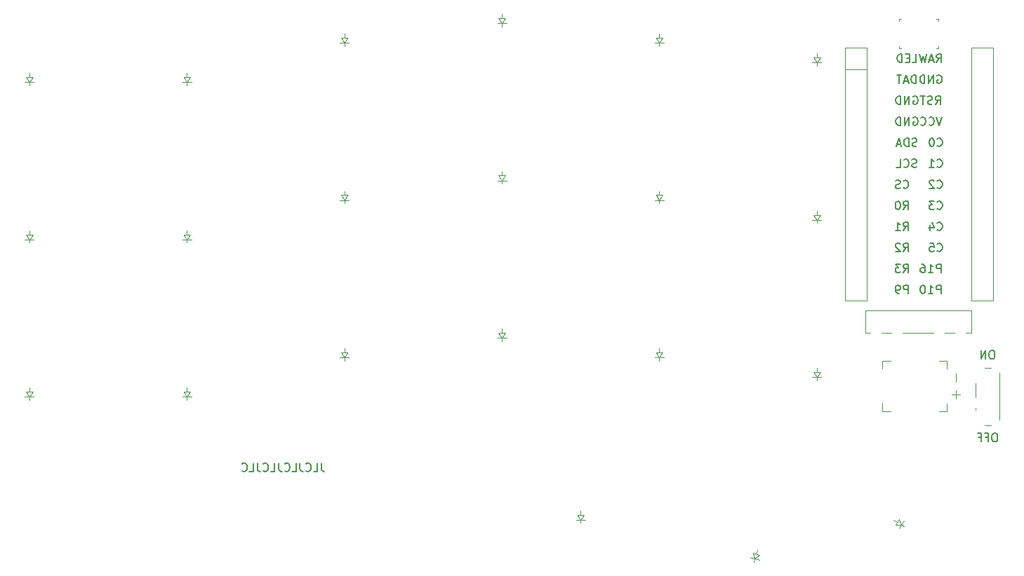
<source format=gbo>
G04 #@! TF.GenerationSoftware,KiCad,Pcbnew,8.0.8+1*
G04 #@! TF.CreationDate,2025-07-08T12:52:23+00:00*
G04 #@! TF.ProjectId,corney_island_wireless_autorouted,636f726e-6579-45f6-9973-6c616e645f77,0.2*
G04 #@! TF.SameCoordinates,Original*
G04 #@! TF.FileFunction,Legend,Bot*
G04 #@! TF.FilePolarity,Positive*
%FSLAX46Y46*%
G04 Gerber Fmt 4.6, Leading zero omitted, Abs format (unit mm)*
G04 Created by KiCad (PCBNEW 8.0.8+1) date 2025-07-08 12:52:23*
%MOMM*%
%LPD*%
G01*
G04 APERTURE LIST*
%ADD10C,0.150000*%
%ADD11C,0.100000*%
%ADD12C,0.120000*%
%ADD13C,2.000000*%
%ADD14C,3.100000*%
%ADD15C,4.200000*%
%ADD16C,4.400000*%
%ADD17C,0.850000*%
%ADD18C,1.000000*%
%ADD19O,1.850000X1.300000*%
%ADD20C,2.300000*%
%ADD21O,1.800000X1.800000*%
%ADD22C,1.800000*%
%ADD23C,0.900000*%
G04 APERTURE END LIST*
D10*
X142619048Y-107054819D02*
X142619048Y-107769104D01*
X142619048Y-107769104D02*
X142666667Y-107911961D01*
X142666667Y-107911961D02*
X142761905Y-108007200D01*
X142761905Y-108007200D02*
X142904762Y-108054819D01*
X142904762Y-108054819D02*
X143000000Y-108054819D01*
X141666667Y-108054819D02*
X142142857Y-108054819D01*
X142142857Y-108054819D02*
X142142857Y-107054819D01*
X140761905Y-107959580D02*
X140809524Y-108007200D01*
X140809524Y-108007200D02*
X140952381Y-108054819D01*
X140952381Y-108054819D02*
X141047619Y-108054819D01*
X141047619Y-108054819D02*
X141190476Y-108007200D01*
X141190476Y-108007200D02*
X141285714Y-107911961D01*
X141285714Y-107911961D02*
X141333333Y-107816723D01*
X141333333Y-107816723D02*
X141380952Y-107626247D01*
X141380952Y-107626247D02*
X141380952Y-107483390D01*
X141380952Y-107483390D02*
X141333333Y-107292914D01*
X141333333Y-107292914D02*
X141285714Y-107197676D01*
X141285714Y-107197676D02*
X141190476Y-107102438D01*
X141190476Y-107102438D02*
X141047619Y-107054819D01*
X141047619Y-107054819D02*
X140952381Y-107054819D01*
X140952381Y-107054819D02*
X140809524Y-107102438D01*
X140809524Y-107102438D02*
X140761905Y-107150057D01*
X140047619Y-107054819D02*
X140047619Y-107769104D01*
X140047619Y-107769104D02*
X140095238Y-107911961D01*
X140095238Y-107911961D02*
X140190476Y-108007200D01*
X140190476Y-108007200D02*
X140333333Y-108054819D01*
X140333333Y-108054819D02*
X140428571Y-108054819D01*
X139095238Y-108054819D02*
X139571428Y-108054819D01*
X139571428Y-108054819D02*
X139571428Y-107054819D01*
X138190476Y-107959580D02*
X138238095Y-108007200D01*
X138238095Y-108007200D02*
X138380952Y-108054819D01*
X138380952Y-108054819D02*
X138476190Y-108054819D01*
X138476190Y-108054819D02*
X138619047Y-108007200D01*
X138619047Y-108007200D02*
X138714285Y-107911961D01*
X138714285Y-107911961D02*
X138761904Y-107816723D01*
X138761904Y-107816723D02*
X138809523Y-107626247D01*
X138809523Y-107626247D02*
X138809523Y-107483390D01*
X138809523Y-107483390D02*
X138761904Y-107292914D01*
X138761904Y-107292914D02*
X138714285Y-107197676D01*
X138714285Y-107197676D02*
X138619047Y-107102438D01*
X138619047Y-107102438D02*
X138476190Y-107054819D01*
X138476190Y-107054819D02*
X138380952Y-107054819D01*
X138380952Y-107054819D02*
X138238095Y-107102438D01*
X138238095Y-107102438D02*
X138190476Y-107150057D01*
X137476190Y-107054819D02*
X137476190Y-107769104D01*
X137476190Y-107769104D02*
X137523809Y-107911961D01*
X137523809Y-107911961D02*
X137619047Y-108007200D01*
X137619047Y-108007200D02*
X137761904Y-108054819D01*
X137761904Y-108054819D02*
X137857142Y-108054819D01*
X136523809Y-108054819D02*
X136999999Y-108054819D01*
X136999999Y-108054819D02*
X136999999Y-107054819D01*
X135619047Y-107959580D02*
X135666666Y-108007200D01*
X135666666Y-108007200D02*
X135809523Y-108054819D01*
X135809523Y-108054819D02*
X135904761Y-108054819D01*
X135904761Y-108054819D02*
X136047618Y-108007200D01*
X136047618Y-108007200D02*
X136142856Y-107911961D01*
X136142856Y-107911961D02*
X136190475Y-107816723D01*
X136190475Y-107816723D02*
X136238094Y-107626247D01*
X136238094Y-107626247D02*
X136238094Y-107483390D01*
X136238094Y-107483390D02*
X136190475Y-107292914D01*
X136190475Y-107292914D02*
X136142856Y-107197676D01*
X136142856Y-107197676D02*
X136047618Y-107102438D01*
X136047618Y-107102438D02*
X135904761Y-107054819D01*
X135904761Y-107054819D02*
X135809523Y-107054819D01*
X135809523Y-107054819D02*
X135666666Y-107102438D01*
X135666666Y-107102438D02*
X135619047Y-107150057D01*
X134904761Y-107054819D02*
X134904761Y-107769104D01*
X134904761Y-107769104D02*
X134952380Y-107911961D01*
X134952380Y-107911961D02*
X135047618Y-108007200D01*
X135047618Y-108007200D02*
X135190475Y-108054819D01*
X135190475Y-108054819D02*
X135285713Y-108054819D01*
X133952380Y-108054819D02*
X134428570Y-108054819D01*
X134428570Y-108054819D02*
X134428570Y-107054819D01*
X133047618Y-107959580D02*
X133095237Y-108007200D01*
X133095237Y-108007200D02*
X133238094Y-108054819D01*
X133238094Y-108054819D02*
X133333332Y-108054819D01*
X133333332Y-108054819D02*
X133476189Y-108007200D01*
X133476189Y-108007200D02*
X133571427Y-107911961D01*
X133571427Y-107911961D02*
X133619046Y-107816723D01*
X133619046Y-107816723D02*
X133666665Y-107626247D01*
X133666665Y-107626247D02*
X133666665Y-107483390D01*
X133666665Y-107483390D02*
X133619046Y-107292914D01*
X133619046Y-107292914D02*
X133571427Y-107197676D01*
X133571427Y-107197676D02*
X133476189Y-107102438D01*
X133476189Y-107102438D02*
X133333332Y-107054819D01*
X133333332Y-107054819D02*
X133238094Y-107054819D01*
X133238094Y-107054819D02*
X133095237Y-107102438D01*
X133095237Y-107102438D02*
X133047618Y-107150057D01*
X223619047Y-93454819D02*
X223428571Y-93454819D01*
X223428571Y-93454819D02*
X223333333Y-93502438D01*
X223333333Y-93502438D02*
X223238095Y-93597676D01*
X223238095Y-93597676D02*
X223190476Y-93788152D01*
X223190476Y-93788152D02*
X223190476Y-94121485D01*
X223190476Y-94121485D02*
X223238095Y-94311961D01*
X223238095Y-94311961D02*
X223333333Y-94407200D01*
X223333333Y-94407200D02*
X223428571Y-94454819D01*
X223428571Y-94454819D02*
X223619047Y-94454819D01*
X223619047Y-94454819D02*
X223714285Y-94407200D01*
X223714285Y-94407200D02*
X223809523Y-94311961D01*
X223809523Y-94311961D02*
X223857142Y-94121485D01*
X223857142Y-94121485D02*
X223857142Y-93788152D01*
X223857142Y-93788152D02*
X223809523Y-93597676D01*
X223809523Y-93597676D02*
X223714285Y-93502438D01*
X223714285Y-93502438D02*
X223619047Y-93454819D01*
X222761904Y-94454819D02*
X222761904Y-93454819D01*
X222761904Y-93454819D02*
X222190476Y-94454819D01*
X222190476Y-94454819D02*
X222190476Y-93454819D01*
X223952380Y-103454819D02*
X223761904Y-103454819D01*
X223761904Y-103454819D02*
X223666666Y-103502438D01*
X223666666Y-103502438D02*
X223571428Y-103597676D01*
X223571428Y-103597676D02*
X223523809Y-103788152D01*
X223523809Y-103788152D02*
X223523809Y-104121485D01*
X223523809Y-104121485D02*
X223571428Y-104311961D01*
X223571428Y-104311961D02*
X223666666Y-104407200D01*
X223666666Y-104407200D02*
X223761904Y-104454819D01*
X223761904Y-104454819D02*
X223952380Y-104454819D01*
X223952380Y-104454819D02*
X224047618Y-104407200D01*
X224047618Y-104407200D02*
X224142856Y-104311961D01*
X224142856Y-104311961D02*
X224190475Y-104121485D01*
X224190475Y-104121485D02*
X224190475Y-103788152D01*
X224190475Y-103788152D02*
X224142856Y-103597676D01*
X224142856Y-103597676D02*
X224047618Y-103502438D01*
X224047618Y-103502438D02*
X223952380Y-103454819D01*
X222761904Y-103931009D02*
X223095237Y-103931009D01*
X223095237Y-104454819D02*
X223095237Y-103454819D01*
X223095237Y-103454819D02*
X222619047Y-103454819D01*
X221904761Y-103931009D02*
X222238094Y-103931009D01*
X222238094Y-104454819D02*
X222238094Y-103454819D01*
X222238094Y-103454819D02*
X221761904Y-103454819D01*
X214015904Y-65292438D02*
X214111142Y-65244819D01*
X214111142Y-65244819D02*
X214253999Y-65244819D01*
X214253999Y-65244819D02*
X214396856Y-65292438D01*
X214396856Y-65292438D02*
X214492094Y-65387676D01*
X214492094Y-65387676D02*
X214539713Y-65482914D01*
X214539713Y-65482914D02*
X214587332Y-65673390D01*
X214587332Y-65673390D02*
X214587332Y-65816247D01*
X214587332Y-65816247D02*
X214539713Y-66006723D01*
X214539713Y-66006723D02*
X214492094Y-66101961D01*
X214492094Y-66101961D02*
X214396856Y-66197200D01*
X214396856Y-66197200D02*
X214253999Y-66244819D01*
X214253999Y-66244819D02*
X214158761Y-66244819D01*
X214158761Y-66244819D02*
X214015904Y-66197200D01*
X214015904Y-66197200D02*
X213968285Y-66149580D01*
X213968285Y-66149580D02*
X213968285Y-65816247D01*
X213968285Y-65816247D02*
X214158761Y-65816247D01*
X213539713Y-66244819D02*
X213539713Y-65244819D01*
X213539713Y-65244819D02*
X212968285Y-66244819D01*
X212968285Y-66244819D02*
X212968285Y-65244819D01*
X212492094Y-66244819D02*
X212492094Y-65244819D01*
X212492094Y-65244819D02*
X212253999Y-65244819D01*
X212253999Y-65244819D02*
X212111142Y-65292438D01*
X212111142Y-65292438D02*
X212015904Y-65387676D01*
X212015904Y-65387676D02*
X211968285Y-65482914D01*
X211968285Y-65482914D02*
X211920666Y-65673390D01*
X211920666Y-65673390D02*
X211920666Y-65816247D01*
X211920666Y-65816247D02*
X211968285Y-66006723D01*
X211968285Y-66006723D02*
X212015904Y-66101961D01*
X212015904Y-66101961D02*
X212111142Y-66197200D01*
X212111142Y-66197200D02*
X212253999Y-66244819D01*
X212253999Y-66244819D02*
X212492094Y-66244819D01*
X216910666Y-68689580D02*
X216958285Y-68737200D01*
X216958285Y-68737200D02*
X217101142Y-68784819D01*
X217101142Y-68784819D02*
X217196380Y-68784819D01*
X217196380Y-68784819D02*
X217339237Y-68737200D01*
X217339237Y-68737200D02*
X217434475Y-68641961D01*
X217434475Y-68641961D02*
X217482094Y-68546723D01*
X217482094Y-68546723D02*
X217529713Y-68356247D01*
X217529713Y-68356247D02*
X217529713Y-68213390D01*
X217529713Y-68213390D02*
X217482094Y-68022914D01*
X217482094Y-68022914D02*
X217434475Y-67927676D01*
X217434475Y-67927676D02*
X217339237Y-67832438D01*
X217339237Y-67832438D02*
X217196380Y-67784819D01*
X217196380Y-67784819D02*
X217101142Y-67784819D01*
X217101142Y-67784819D02*
X216958285Y-67832438D01*
X216958285Y-67832438D02*
X216910666Y-67880057D01*
X216291618Y-67784819D02*
X216196380Y-67784819D01*
X216196380Y-67784819D02*
X216101142Y-67832438D01*
X216101142Y-67832438D02*
X216053523Y-67880057D01*
X216053523Y-67880057D02*
X216005904Y-67975295D01*
X216005904Y-67975295D02*
X215958285Y-68165771D01*
X215958285Y-68165771D02*
X215958285Y-68403866D01*
X215958285Y-68403866D02*
X216005904Y-68594342D01*
X216005904Y-68594342D02*
X216053523Y-68689580D01*
X216053523Y-68689580D02*
X216101142Y-68737200D01*
X216101142Y-68737200D02*
X216196380Y-68784819D01*
X216196380Y-68784819D02*
X216291618Y-68784819D01*
X216291618Y-68784819D02*
X216386856Y-68737200D01*
X216386856Y-68737200D02*
X216434475Y-68689580D01*
X216434475Y-68689580D02*
X216482094Y-68594342D01*
X216482094Y-68594342D02*
X216529713Y-68403866D01*
X216529713Y-68403866D02*
X216529713Y-68165771D01*
X216529713Y-68165771D02*
X216482094Y-67975295D01*
X216482094Y-67975295D02*
X216434475Y-67880057D01*
X216434475Y-67880057D02*
X216386856Y-67832438D01*
X216386856Y-67832438D02*
X216291618Y-67784819D01*
X216910666Y-73769580D02*
X216958285Y-73817200D01*
X216958285Y-73817200D02*
X217101142Y-73864819D01*
X217101142Y-73864819D02*
X217196380Y-73864819D01*
X217196380Y-73864819D02*
X217339237Y-73817200D01*
X217339237Y-73817200D02*
X217434475Y-73721961D01*
X217434475Y-73721961D02*
X217482094Y-73626723D01*
X217482094Y-73626723D02*
X217529713Y-73436247D01*
X217529713Y-73436247D02*
X217529713Y-73293390D01*
X217529713Y-73293390D02*
X217482094Y-73102914D01*
X217482094Y-73102914D02*
X217434475Y-73007676D01*
X217434475Y-73007676D02*
X217339237Y-72912438D01*
X217339237Y-72912438D02*
X217196380Y-72864819D01*
X217196380Y-72864819D02*
X217101142Y-72864819D01*
X217101142Y-72864819D02*
X216958285Y-72912438D01*
X216958285Y-72912438D02*
X216910666Y-72960057D01*
X216529713Y-72960057D02*
X216482094Y-72912438D01*
X216482094Y-72912438D02*
X216386856Y-72864819D01*
X216386856Y-72864819D02*
X216148761Y-72864819D01*
X216148761Y-72864819D02*
X216053523Y-72912438D01*
X216053523Y-72912438D02*
X216005904Y-72960057D01*
X216005904Y-72960057D02*
X215958285Y-73055295D01*
X215958285Y-73055295D02*
X215958285Y-73150533D01*
X215958285Y-73150533D02*
X216005904Y-73293390D01*
X216005904Y-73293390D02*
X216577332Y-73864819D01*
X216577332Y-73864819D02*
X215958285Y-73864819D01*
X212830666Y-78944819D02*
X213163999Y-78468628D01*
X213402094Y-78944819D02*
X213402094Y-77944819D01*
X213402094Y-77944819D02*
X213021142Y-77944819D01*
X213021142Y-77944819D02*
X212925904Y-77992438D01*
X212925904Y-77992438D02*
X212878285Y-78040057D01*
X212878285Y-78040057D02*
X212830666Y-78135295D01*
X212830666Y-78135295D02*
X212830666Y-78278152D01*
X212830666Y-78278152D02*
X212878285Y-78373390D01*
X212878285Y-78373390D02*
X212925904Y-78421009D01*
X212925904Y-78421009D02*
X213021142Y-78468628D01*
X213021142Y-78468628D02*
X213402094Y-78468628D01*
X211878285Y-78944819D02*
X212449713Y-78944819D01*
X212163999Y-78944819D02*
X212163999Y-77944819D01*
X212163999Y-77944819D02*
X212259237Y-78087676D01*
X212259237Y-78087676D02*
X212354475Y-78182914D01*
X212354475Y-78182914D02*
X212449713Y-78230533D01*
X216844476Y-58624819D02*
X217177809Y-58148628D01*
X217415904Y-58624819D02*
X217415904Y-57624819D01*
X217415904Y-57624819D02*
X217034952Y-57624819D01*
X217034952Y-57624819D02*
X216939714Y-57672438D01*
X216939714Y-57672438D02*
X216892095Y-57720057D01*
X216892095Y-57720057D02*
X216844476Y-57815295D01*
X216844476Y-57815295D02*
X216844476Y-57958152D01*
X216844476Y-57958152D02*
X216892095Y-58053390D01*
X216892095Y-58053390D02*
X216939714Y-58101009D01*
X216939714Y-58101009D02*
X217034952Y-58148628D01*
X217034952Y-58148628D02*
X217415904Y-58148628D01*
X216463523Y-58339104D02*
X215987333Y-58339104D01*
X216558761Y-58624819D02*
X216225428Y-57624819D01*
X216225428Y-57624819D02*
X215892095Y-58624819D01*
X215653999Y-57624819D02*
X215415904Y-58624819D01*
X215415904Y-58624819D02*
X215225428Y-57910533D01*
X215225428Y-57910533D02*
X215034952Y-58624819D01*
X215034952Y-58624819D02*
X214796857Y-57624819D01*
X216910666Y-76309580D02*
X216958285Y-76357200D01*
X216958285Y-76357200D02*
X217101142Y-76404819D01*
X217101142Y-76404819D02*
X217196380Y-76404819D01*
X217196380Y-76404819D02*
X217339237Y-76357200D01*
X217339237Y-76357200D02*
X217434475Y-76261961D01*
X217434475Y-76261961D02*
X217482094Y-76166723D01*
X217482094Y-76166723D02*
X217529713Y-75976247D01*
X217529713Y-75976247D02*
X217529713Y-75833390D01*
X217529713Y-75833390D02*
X217482094Y-75642914D01*
X217482094Y-75642914D02*
X217434475Y-75547676D01*
X217434475Y-75547676D02*
X217339237Y-75452438D01*
X217339237Y-75452438D02*
X217196380Y-75404819D01*
X217196380Y-75404819D02*
X217101142Y-75404819D01*
X217101142Y-75404819D02*
X216958285Y-75452438D01*
X216958285Y-75452438D02*
X216910666Y-75500057D01*
X216577332Y-75404819D02*
X215958285Y-75404819D01*
X215958285Y-75404819D02*
X216291618Y-75785771D01*
X216291618Y-75785771D02*
X216148761Y-75785771D01*
X216148761Y-75785771D02*
X216053523Y-75833390D01*
X216053523Y-75833390D02*
X216005904Y-75881009D01*
X216005904Y-75881009D02*
X215958285Y-75976247D01*
X215958285Y-75976247D02*
X215958285Y-76214342D01*
X215958285Y-76214342D02*
X216005904Y-76309580D01*
X216005904Y-76309580D02*
X216053523Y-76357200D01*
X216053523Y-76357200D02*
X216148761Y-76404819D01*
X216148761Y-76404819D02*
X216434475Y-76404819D01*
X216434475Y-76404819D02*
X216529713Y-76357200D01*
X216529713Y-76357200D02*
X216577332Y-76309580D01*
X217368285Y-86564819D02*
X217368285Y-85564819D01*
X217368285Y-85564819D02*
X216987333Y-85564819D01*
X216987333Y-85564819D02*
X216892095Y-85612438D01*
X216892095Y-85612438D02*
X216844476Y-85660057D01*
X216844476Y-85660057D02*
X216796857Y-85755295D01*
X216796857Y-85755295D02*
X216796857Y-85898152D01*
X216796857Y-85898152D02*
X216844476Y-85993390D01*
X216844476Y-85993390D02*
X216892095Y-86041009D01*
X216892095Y-86041009D02*
X216987333Y-86088628D01*
X216987333Y-86088628D02*
X217368285Y-86088628D01*
X215844476Y-86564819D02*
X216415904Y-86564819D01*
X216130190Y-86564819D02*
X216130190Y-85564819D01*
X216130190Y-85564819D02*
X216225428Y-85707676D01*
X216225428Y-85707676D02*
X216320666Y-85802914D01*
X216320666Y-85802914D02*
X216415904Y-85850533D01*
X215225428Y-85564819D02*
X215130190Y-85564819D01*
X215130190Y-85564819D02*
X215034952Y-85612438D01*
X215034952Y-85612438D02*
X214987333Y-85660057D01*
X214987333Y-85660057D02*
X214939714Y-85755295D01*
X214939714Y-85755295D02*
X214892095Y-85945771D01*
X214892095Y-85945771D02*
X214892095Y-86183866D01*
X214892095Y-86183866D02*
X214939714Y-86374342D01*
X214939714Y-86374342D02*
X214987333Y-86469580D01*
X214987333Y-86469580D02*
X215034952Y-86517200D01*
X215034952Y-86517200D02*
X215130190Y-86564819D01*
X215130190Y-86564819D02*
X215225428Y-86564819D01*
X215225428Y-86564819D02*
X215320666Y-86517200D01*
X215320666Y-86517200D02*
X215368285Y-86469580D01*
X215368285Y-86469580D02*
X215415904Y-86374342D01*
X215415904Y-86374342D02*
X215463523Y-86183866D01*
X215463523Y-86183866D02*
X215463523Y-85945771D01*
X215463523Y-85945771D02*
X215415904Y-85755295D01*
X215415904Y-85755295D02*
X215368285Y-85660057D01*
X215368285Y-85660057D02*
X215320666Y-85612438D01*
X215320666Y-85612438D02*
X215225428Y-85564819D01*
X214325428Y-61164819D02*
X214325428Y-60164819D01*
X214325428Y-60164819D02*
X214087333Y-60164819D01*
X214087333Y-60164819D02*
X213944476Y-60212438D01*
X213944476Y-60212438D02*
X213849238Y-60307676D01*
X213849238Y-60307676D02*
X213801619Y-60402914D01*
X213801619Y-60402914D02*
X213754000Y-60593390D01*
X213754000Y-60593390D02*
X213754000Y-60736247D01*
X213754000Y-60736247D02*
X213801619Y-60926723D01*
X213801619Y-60926723D02*
X213849238Y-61021961D01*
X213849238Y-61021961D02*
X213944476Y-61117200D01*
X213944476Y-61117200D02*
X214087333Y-61164819D01*
X214087333Y-61164819D02*
X214325428Y-61164819D01*
X213373047Y-60879104D02*
X212896857Y-60879104D01*
X213468285Y-61164819D02*
X213134952Y-60164819D01*
X213134952Y-60164819D02*
X212801619Y-61164819D01*
X212611142Y-60164819D02*
X212039714Y-60164819D01*
X212325428Y-61164819D02*
X212325428Y-60164819D01*
X214468285Y-68737200D02*
X214325428Y-68784819D01*
X214325428Y-68784819D02*
X214087333Y-68784819D01*
X214087333Y-68784819D02*
X213992095Y-68737200D01*
X213992095Y-68737200D02*
X213944476Y-68689580D01*
X213944476Y-68689580D02*
X213896857Y-68594342D01*
X213896857Y-68594342D02*
X213896857Y-68499104D01*
X213896857Y-68499104D02*
X213944476Y-68403866D01*
X213944476Y-68403866D02*
X213992095Y-68356247D01*
X213992095Y-68356247D02*
X214087333Y-68308628D01*
X214087333Y-68308628D02*
X214277809Y-68261009D01*
X214277809Y-68261009D02*
X214373047Y-68213390D01*
X214373047Y-68213390D02*
X214420666Y-68165771D01*
X214420666Y-68165771D02*
X214468285Y-68070533D01*
X214468285Y-68070533D02*
X214468285Y-67975295D01*
X214468285Y-67975295D02*
X214420666Y-67880057D01*
X214420666Y-67880057D02*
X214373047Y-67832438D01*
X214373047Y-67832438D02*
X214277809Y-67784819D01*
X214277809Y-67784819D02*
X214039714Y-67784819D01*
X214039714Y-67784819D02*
X213896857Y-67832438D01*
X213468285Y-68784819D02*
X213468285Y-67784819D01*
X213468285Y-67784819D02*
X213230190Y-67784819D01*
X213230190Y-67784819D02*
X213087333Y-67832438D01*
X213087333Y-67832438D02*
X212992095Y-67927676D01*
X212992095Y-67927676D02*
X212944476Y-68022914D01*
X212944476Y-68022914D02*
X212896857Y-68213390D01*
X212896857Y-68213390D02*
X212896857Y-68356247D01*
X212896857Y-68356247D02*
X212944476Y-68546723D01*
X212944476Y-68546723D02*
X212992095Y-68641961D01*
X212992095Y-68641961D02*
X213087333Y-68737200D01*
X213087333Y-68737200D02*
X213230190Y-68784819D01*
X213230190Y-68784819D02*
X213468285Y-68784819D01*
X212515904Y-68499104D02*
X212039714Y-68499104D01*
X212611142Y-68784819D02*
X212277809Y-67784819D01*
X212277809Y-67784819D02*
X211944476Y-68784819D01*
X216910666Y-71229580D02*
X216958285Y-71277200D01*
X216958285Y-71277200D02*
X217101142Y-71324819D01*
X217101142Y-71324819D02*
X217196380Y-71324819D01*
X217196380Y-71324819D02*
X217339237Y-71277200D01*
X217339237Y-71277200D02*
X217434475Y-71181961D01*
X217434475Y-71181961D02*
X217482094Y-71086723D01*
X217482094Y-71086723D02*
X217529713Y-70896247D01*
X217529713Y-70896247D02*
X217529713Y-70753390D01*
X217529713Y-70753390D02*
X217482094Y-70562914D01*
X217482094Y-70562914D02*
X217434475Y-70467676D01*
X217434475Y-70467676D02*
X217339237Y-70372438D01*
X217339237Y-70372438D02*
X217196380Y-70324819D01*
X217196380Y-70324819D02*
X217101142Y-70324819D01*
X217101142Y-70324819D02*
X216958285Y-70372438D01*
X216958285Y-70372438D02*
X216910666Y-70420057D01*
X215958285Y-71324819D02*
X216529713Y-71324819D01*
X216243999Y-71324819D02*
X216243999Y-70324819D01*
X216243999Y-70324819D02*
X216339237Y-70467676D01*
X216339237Y-70467676D02*
X216434475Y-70562914D01*
X216434475Y-70562914D02*
X216529713Y-70610533D01*
X216910666Y-81389580D02*
X216958285Y-81437200D01*
X216958285Y-81437200D02*
X217101142Y-81484819D01*
X217101142Y-81484819D02*
X217196380Y-81484819D01*
X217196380Y-81484819D02*
X217339237Y-81437200D01*
X217339237Y-81437200D02*
X217434475Y-81341961D01*
X217434475Y-81341961D02*
X217482094Y-81246723D01*
X217482094Y-81246723D02*
X217529713Y-81056247D01*
X217529713Y-81056247D02*
X217529713Y-80913390D01*
X217529713Y-80913390D02*
X217482094Y-80722914D01*
X217482094Y-80722914D02*
X217434475Y-80627676D01*
X217434475Y-80627676D02*
X217339237Y-80532438D01*
X217339237Y-80532438D02*
X217196380Y-80484819D01*
X217196380Y-80484819D02*
X217101142Y-80484819D01*
X217101142Y-80484819D02*
X216958285Y-80532438D01*
X216958285Y-80532438D02*
X216910666Y-80580057D01*
X216005904Y-80484819D02*
X216482094Y-80484819D01*
X216482094Y-80484819D02*
X216529713Y-80961009D01*
X216529713Y-80961009D02*
X216482094Y-80913390D01*
X216482094Y-80913390D02*
X216386856Y-80865771D01*
X216386856Y-80865771D02*
X216148761Y-80865771D01*
X216148761Y-80865771D02*
X216053523Y-80913390D01*
X216053523Y-80913390D02*
X216005904Y-80961009D01*
X216005904Y-80961009D02*
X215958285Y-81056247D01*
X215958285Y-81056247D02*
X215958285Y-81294342D01*
X215958285Y-81294342D02*
X216005904Y-81389580D01*
X216005904Y-81389580D02*
X216053523Y-81437200D01*
X216053523Y-81437200D02*
X216148761Y-81484819D01*
X216148761Y-81484819D02*
X216386856Y-81484819D01*
X216386856Y-81484819D02*
X216482094Y-81437200D01*
X216482094Y-81437200D02*
X216529713Y-81389580D01*
X216701619Y-63704819D02*
X217034952Y-63228628D01*
X217273047Y-63704819D02*
X217273047Y-62704819D01*
X217273047Y-62704819D02*
X216892095Y-62704819D01*
X216892095Y-62704819D02*
X216796857Y-62752438D01*
X216796857Y-62752438D02*
X216749238Y-62800057D01*
X216749238Y-62800057D02*
X216701619Y-62895295D01*
X216701619Y-62895295D02*
X216701619Y-63038152D01*
X216701619Y-63038152D02*
X216749238Y-63133390D01*
X216749238Y-63133390D02*
X216796857Y-63181009D01*
X216796857Y-63181009D02*
X216892095Y-63228628D01*
X216892095Y-63228628D02*
X217273047Y-63228628D01*
X216320666Y-63657200D02*
X216177809Y-63704819D01*
X216177809Y-63704819D02*
X215939714Y-63704819D01*
X215939714Y-63704819D02*
X215844476Y-63657200D01*
X215844476Y-63657200D02*
X215796857Y-63609580D01*
X215796857Y-63609580D02*
X215749238Y-63514342D01*
X215749238Y-63514342D02*
X215749238Y-63419104D01*
X215749238Y-63419104D02*
X215796857Y-63323866D01*
X215796857Y-63323866D02*
X215844476Y-63276247D01*
X215844476Y-63276247D02*
X215939714Y-63228628D01*
X215939714Y-63228628D02*
X216130190Y-63181009D01*
X216130190Y-63181009D02*
X216225428Y-63133390D01*
X216225428Y-63133390D02*
X216273047Y-63085771D01*
X216273047Y-63085771D02*
X216320666Y-62990533D01*
X216320666Y-62990533D02*
X216320666Y-62895295D01*
X216320666Y-62895295D02*
X216273047Y-62800057D01*
X216273047Y-62800057D02*
X216225428Y-62752438D01*
X216225428Y-62752438D02*
X216130190Y-62704819D01*
X216130190Y-62704819D02*
X215892095Y-62704819D01*
X215892095Y-62704819D02*
X215749238Y-62752438D01*
X215463523Y-62704819D02*
X214892095Y-62704819D01*
X215177809Y-63704819D02*
X215177809Y-62704819D01*
X217368285Y-84024819D02*
X217368285Y-83024819D01*
X217368285Y-83024819D02*
X216987333Y-83024819D01*
X216987333Y-83024819D02*
X216892095Y-83072438D01*
X216892095Y-83072438D02*
X216844476Y-83120057D01*
X216844476Y-83120057D02*
X216796857Y-83215295D01*
X216796857Y-83215295D02*
X216796857Y-83358152D01*
X216796857Y-83358152D02*
X216844476Y-83453390D01*
X216844476Y-83453390D02*
X216892095Y-83501009D01*
X216892095Y-83501009D02*
X216987333Y-83548628D01*
X216987333Y-83548628D02*
X217368285Y-83548628D01*
X215844476Y-84024819D02*
X216415904Y-84024819D01*
X216130190Y-84024819D02*
X216130190Y-83024819D01*
X216130190Y-83024819D02*
X216225428Y-83167676D01*
X216225428Y-83167676D02*
X216320666Y-83262914D01*
X216320666Y-83262914D02*
X216415904Y-83310533D01*
X214987333Y-83024819D02*
X215177809Y-83024819D01*
X215177809Y-83024819D02*
X215273047Y-83072438D01*
X215273047Y-83072438D02*
X215320666Y-83120057D01*
X215320666Y-83120057D02*
X215415904Y-83262914D01*
X215415904Y-83262914D02*
X215463523Y-83453390D01*
X215463523Y-83453390D02*
X215463523Y-83834342D01*
X215463523Y-83834342D02*
X215415904Y-83929580D01*
X215415904Y-83929580D02*
X215368285Y-83977200D01*
X215368285Y-83977200D02*
X215273047Y-84024819D01*
X215273047Y-84024819D02*
X215082571Y-84024819D01*
X215082571Y-84024819D02*
X214987333Y-83977200D01*
X214987333Y-83977200D02*
X214939714Y-83929580D01*
X214939714Y-83929580D02*
X214892095Y-83834342D01*
X214892095Y-83834342D02*
X214892095Y-83596247D01*
X214892095Y-83596247D02*
X214939714Y-83501009D01*
X214939714Y-83501009D02*
X214987333Y-83453390D01*
X214987333Y-83453390D02*
X215082571Y-83405771D01*
X215082571Y-83405771D02*
X215273047Y-83405771D01*
X215273047Y-83405771D02*
X215368285Y-83453390D01*
X215368285Y-83453390D02*
X215415904Y-83501009D01*
X215415904Y-83501009D02*
X215463523Y-83596247D01*
X213402094Y-86564819D02*
X213402094Y-85564819D01*
X213402094Y-85564819D02*
X213021142Y-85564819D01*
X213021142Y-85564819D02*
X212925904Y-85612438D01*
X212925904Y-85612438D02*
X212878285Y-85660057D01*
X212878285Y-85660057D02*
X212830666Y-85755295D01*
X212830666Y-85755295D02*
X212830666Y-85898152D01*
X212830666Y-85898152D02*
X212878285Y-85993390D01*
X212878285Y-85993390D02*
X212925904Y-86041009D01*
X212925904Y-86041009D02*
X213021142Y-86088628D01*
X213021142Y-86088628D02*
X213402094Y-86088628D01*
X212354475Y-86564819D02*
X212163999Y-86564819D01*
X212163999Y-86564819D02*
X212068761Y-86517200D01*
X212068761Y-86517200D02*
X212021142Y-86469580D01*
X212021142Y-86469580D02*
X211925904Y-86326723D01*
X211925904Y-86326723D02*
X211878285Y-86136247D01*
X211878285Y-86136247D02*
X211878285Y-85755295D01*
X211878285Y-85755295D02*
X211925904Y-85660057D01*
X211925904Y-85660057D02*
X211973523Y-85612438D01*
X211973523Y-85612438D02*
X212068761Y-85564819D01*
X212068761Y-85564819D02*
X212259237Y-85564819D01*
X212259237Y-85564819D02*
X212354475Y-85612438D01*
X212354475Y-85612438D02*
X212402094Y-85660057D01*
X212402094Y-85660057D02*
X212449713Y-85755295D01*
X212449713Y-85755295D02*
X212449713Y-85993390D01*
X212449713Y-85993390D02*
X212402094Y-86088628D01*
X212402094Y-86088628D02*
X212354475Y-86136247D01*
X212354475Y-86136247D02*
X212259237Y-86183866D01*
X212259237Y-86183866D02*
X212068761Y-86183866D01*
X212068761Y-86183866D02*
X211973523Y-86136247D01*
X211973523Y-86136247D02*
X211925904Y-86088628D01*
X211925904Y-86088628D02*
X211878285Y-85993390D01*
X212830666Y-73769580D02*
X212878285Y-73817200D01*
X212878285Y-73817200D02*
X213021142Y-73864819D01*
X213021142Y-73864819D02*
X213116380Y-73864819D01*
X213116380Y-73864819D02*
X213259237Y-73817200D01*
X213259237Y-73817200D02*
X213354475Y-73721961D01*
X213354475Y-73721961D02*
X213402094Y-73626723D01*
X213402094Y-73626723D02*
X213449713Y-73436247D01*
X213449713Y-73436247D02*
X213449713Y-73293390D01*
X213449713Y-73293390D02*
X213402094Y-73102914D01*
X213402094Y-73102914D02*
X213354475Y-73007676D01*
X213354475Y-73007676D02*
X213259237Y-72912438D01*
X213259237Y-72912438D02*
X213116380Y-72864819D01*
X213116380Y-72864819D02*
X213021142Y-72864819D01*
X213021142Y-72864819D02*
X212878285Y-72912438D01*
X212878285Y-72912438D02*
X212830666Y-72960057D01*
X212449713Y-73817200D02*
X212306856Y-73864819D01*
X212306856Y-73864819D02*
X212068761Y-73864819D01*
X212068761Y-73864819D02*
X211973523Y-73817200D01*
X211973523Y-73817200D02*
X211925904Y-73769580D01*
X211925904Y-73769580D02*
X211878285Y-73674342D01*
X211878285Y-73674342D02*
X211878285Y-73579104D01*
X211878285Y-73579104D02*
X211925904Y-73483866D01*
X211925904Y-73483866D02*
X211973523Y-73436247D01*
X211973523Y-73436247D02*
X212068761Y-73388628D01*
X212068761Y-73388628D02*
X212259237Y-73341009D01*
X212259237Y-73341009D02*
X212354475Y-73293390D01*
X212354475Y-73293390D02*
X212402094Y-73245771D01*
X212402094Y-73245771D02*
X212449713Y-73150533D01*
X212449713Y-73150533D02*
X212449713Y-73055295D01*
X212449713Y-73055295D02*
X212402094Y-72960057D01*
X212402094Y-72960057D02*
X212354475Y-72912438D01*
X212354475Y-72912438D02*
X212259237Y-72864819D01*
X212259237Y-72864819D02*
X212021142Y-72864819D01*
X212021142Y-72864819D02*
X211878285Y-72912438D01*
X212830666Y-84024819D02*
X213163999Y-83548628D01*
X213402094Y-84024819D02*
X213402094Y-83024819D01*
X213402094Y-83024819D02*
X213021142Y-83024819D01*
X213021142Y-83024819D02*
X212925904Y-83072438D01*
X212925904Y-83072438D02*
X212878285Y-83120057D01*
X212878285Y-83120057D02*
X212830666Y-83215295D01*
X212830666Y-83215295D02*
X212830666Y-83358152D01*
X212830666Y-83358152D02*
X212878285Y-83453390D01*
X212878285Y-83453390D02*
X212925904Y-83501009D01*
X212925904Y-83501009D02*
X213021142Y-83548628D01*
X213021142Y-83548628D02*
X213402094Y-83548628D01*
X212497332Y-83024819D02*
X211878285Y-83024819D01*
X211878285Y-83024819D02*
X212211618Y-83405771D01*
X212211618Y-83405771D02*
X212068761Y-83405771D01*
X212068761Y-83405771D02*
X211973523Y-83453390D01*
X211973523Y-83453390D02*
X211925904Y-83501009D01*
X211925904Y-83501009D02*
X211878285Y-83596247D01*
X211878285Y-83596247D02*
X211878285Y-83834342D01*
X211878285Y-83834342D02*
X211925904Y-83929580D01*
X211925904Y-83929580D02*
X211973523Y-83977200D01*
X211973523Y-83977200D02*
X212068761Y-84024819D01*
X212068761Y-84024819D02*
X212354475Y-84024819D01*
X212354475Y-84024819D02*
X212449713Y-83977200D01*
X212449713Y-83977200D02*
X212497332Y-83929580D01*
X213896857Y-58624819D02*
X214373047Y-58624819D01*
X214373047Y-58624819D02*
X214373047Y-57624819D01*
X213563523Y-58101009D02*
X213230190Y-58101009D01*
X213087333Y-58624819D02*
X213563523Y-58624819D01*
X213563523Y-58624819D02*
X213563523Y-57624819D01*
X213563523Y-57624819D02*
X213087333Y-57624819D01*
X212658761Y-58624819D02*
X212658761Y-57624819D01*
X212658761Y-57624819D02*
X212420666Y-57624819D01*
X212420666Y-57624819D02*
X212277809Y-57672438D01*
X212277809Y-57672438D02*
X212182571Y-57767676D01*
X212182571Y-57767676D02*
X212134952Y-57862914D01*
X212134952Y-57862914D02*
X212087333Y-58053390D01*
X212087333Y-58053390D02*
X212087333Y-58196247D01*
X212087333Y-58196247D02*
X212134952Y-58386723D01*
X212134952Y-58386723D02*
X212182571Y-58481961D01*
X212182571Y-58481961D02*
X212277809Y-58577200D01*
X212277809Y-58577200D02*
X212420666Y-58624819D01*
X212420666Y-58624819D02*
X212658761Y-58624819D01*
X216915904Y-60212438D02*
X217011142Y-60164819D01*
X217011142Y-60164819D02*
X217153999Y-60164819D01*
X217153999Y-60164819D02*
X217296856Y-60212438D01*
X217296856Y-60212438D02*
X217392094Y-60307676D01*
X217392094Y-60307676D02*
X217439713Y-60402914D01*
X217439713Y-60402914D02*
X217487332Y-60593390D01*
X217487332Y-60593390D02*
X217487332Y-60736247D01*
X217487332Y-60736247D02*
X217439713Y-60926723D01*
X217439713Y-60926723D02*
X217392094Y-61021961D01*
X217392094Y-61021961D02*
X217296856Y-61117200D01*
X217296856Y-61117200D02*
X217153999Y-61164819D01*
X217153999Y-61164819D02*
X217058761Y-61164819D01*
X217058761Y-61164819D02*
X216915904Y-61117200D01*
X216915904Y-61117200D02*
X216868285Y-61069580D01*
X216868285Y-61069580D02*
X216868285Y-60736247D01*
X216868285Y-60736247D02*
X217058761Y-60736247D01*
X216439713Y-61164819D02*
X216439713Y-60164819D01*
X216439713Y-60164819D02*
X215868285Y-61164819D01*
X215868285Y-61164819D02*
X215868285Y-60164819D01*
X215392094Y-61164819D02*
X215392094Y-60164819D01*
X215392094Y-60164819D02*
X215153999Y-60164819D01*
X215153999Y-60164819D02*
X215011142Y-60212438D01*
X215011142Y-60212438D02*
X214915904Y-60307676D01*
X214915904Y-60307676D02*
X214868285Y-60402914D01*
X214868285Y-60402914D02*
X214820666Y-60593390D01*
X214820666Y-60593390D02*
X214820666Y-60736247D01*
X214820666Y-60736247D02*
X214868285Y-60926723D01*
X214868285Y-60926723D02*
X214915904Y-61021961D01*
X214915904Y-61021961D02*
X215011142Y-61117200D01*
X215011142Y-61117200D02*
X215153999Y-61164819D01*
X215153999Y-61164819D02*
X215392094Y-61164819D01*
X212830666Y-76404819D02*
X213163999Y-75928628D01*
X213402094Y-76404819D02*
X213402094Y-75404819D01*
X213402094Y-75404819D02*
X213021142Y-75404819D01*
X213021142Y-75404819D02*
X212925904Y-75452438D01*
X212925904Y-75452438D02*
X212878285Y-75500057D01*
X212878285Y-75500057D02*
X212830666Y-75595295D01*
X212830666Y-75595295D02*
X212830666Y-75738152D01*
X212830666Y-75738152D02*
X212878285Y-75833390D01*
X212878285Y-75833390D02*
X212925904Y-75881009D01*
X212925904Y-75881009D02*
X213021142Y-75928628D01*
X213021142Y-75928628D02*
X213402094Y-75928628D01*
X212211618Y-75404819D02*
X212116380Y-75404819D01*
X212116380Y-75404819D02*
X212021142Y-75452438D01*
X212021142Y-75452438D02*
X211973523Y-75500057D01*
X211973523Y-75500057D02*
X211925904Y-75595295D01*
X211925904Y-75595295D02*
X211878285Y-75785771D01*
X211878285Y-75785771D02*
X211878285Y-76023866D01*
X211878285Y-76023866D02*
X211925904Y-76214342D01*
X211925904Y-76214342D02*
X211973523Y-76309580D01*
X211973523Y-76309580D02*
X212021142Y-76357200D01*
X212021142Y-76357200D02*
X212116380Y-76404819D01*
X212116380Y-76404819D02*
X212211618Y-76404819D01*
X212211618Y-76404819D02*
X212306856Y-76357200D01*
X212306856Y-76357200D02*
X212354475Y-76309580D01*
X212354475Y-76309580D02*
X212402094Y-76214342D01*
X212402094Y-76214342D02*
X212449713Y-76023866D01*
X212449713Y-76023866D02*
X212449713Y-75785771D01*
X212449713Y-75785771D02*
X212402094Y-75595295D01*
X212402094Y-75595295D02*
X212354475Y-75500057D01*
X212354475Y-75500057D02*
X212306856Y-75452438D01*
X212306856Y-75452438D02*
X212211618Y-75404819D01*
X217487332Y-65244819D02*
X217153999Y-66244819D01*
X217153999Y-66244819D02*
X216820666Y-65244819D01*
X215915904Y-66149580D02*
X215963523Y-66197200D01*
X215963523Y-66197200D02*
X216106380Y-66244819D01*
X216106380Y-66244819D02*
X216201618Y-66244819D01*
X216201618Y-66244819D02*
X216344475Y-66197200D01*
X216344475Y-66197200D02*
X216439713Y-66101961D01*
X216439713Y-66101961D02*
X216487332Y-66006723D01*
X216487332Y-66006723D02*
X216534951Y-65816247D01*
X216534951Y-65816247D02*
X216534951Y-65673390D01*
X216534951Y-65673390D02*
X216487332Y-65482914D01*
X216487332Y-65482914D02*
X216439713Y-65387676D01*
X216439713Y-65387676D02*
X216344475Y-65292438D01*
X216344475Y-65292438D02*
X216201618Y-65244819D01*
X216201618Y-65244819D02*
X216106380Y-65244819D01*
X216106380Y-65244819D02*
X215963523Y-65292438D01*
X215963523Y-65292438D02*
X215915904Y-65340057D01*
X214915904Y-66149580D02*
X214963523Y-66197200D01*
X214963523Y-66197200D02*
X215106380Y-66244819D01*
X215106380Y-66244819D02*
X215201618Y-66244819D01*
X215201618Y-66244819D02*
X215344475Y-66197200D01*
X215344475Y-66197200D02*
X215439713Y-66101961D01*
X215439713Y-66101961D02*
X215487332Y-66006723D01*
X215487332Y-66006723D02*
X215534951Y-65816247D01*
X215534951Y-65816247D02*
X215534951Y-65673390D01*
X215534951Y-65673390D02*
X215487332Y-65482914D01*
X215487332Y-65482914D02*
X215439713Y-65387676D01*
X215439713Y-65387676D02*
X215344475Y-65292438D01*
X215344475Y-65292438D02*
X215201618Y-65244819D01*
X215201618Y-65244819D02*
X215106380Y-65244819D01*
X215106380Y-65244819D02*
X214963523Y-65292438D01*
X214963523Y-65292438D02*
X214915904Y-65340057D01*
X214015904Y-62752438D02*
X214111142Y-62704819D01*
X214111142Y-62704819D02*
X214253999Y-62704819D01*
X214253999Y-62704819D02*
X214396856Y-62752438D01*
X214396856Y-62752438D02*
X214492094Y-62847676D01*
X214492094Y-62847676D02*
X214539713Y-62942914D01*
X214539713Y-62942914D02*
X214587332Y-63133390D01*
X214587332Y-63133390D02*
X214587332Y-63276247D01*
X214587332Y-63276247D02*
X214539713Y-63466723D01*
X214539713Y-63466723D02*
X214492094Y-63561961D01*
X214492094Y-63561961D02*
X214396856Y-63657200D01*
X214396856Y-63657200D02*
X214253999Y-63704819D01*
X214253999Y-63704819D02*
X214158761Y-63704819D01*
X214158761Y-63704819D02*
X214015904Y-63657200D01*
X214015904Y-63657200D02*
X213968285Y-63609580D01*
X213968285Y-63609580D02*
X213968285Y-63276247D01*
X213968285Y-63276247D02*
X214158761Y-63276247D01*
X213539713Y-63704819D02*
X213539713Y-62704819D01*
X213539713Y-62704819D02*
X212968285Y-63704819D01*
X212968285Y-63704819D02*
X212968285Y-62704819D01*
X212492094Y-63704819D02*
X212492094Y-62704819D01*
X212492094Y-62704819D02*
X212253999Y-62704819D01*
X212253999Y-62704819D02*
X212111142Y-62752438D01*
X212111142Y-62752438D02*
X212015904Y-62847676D01*
X212015904Y-62847676D02*
X211968285Y-62942914D01*
X211968285Y-62942914D02*
X211920666Y-63133390D01*
X211920666Y-63133390D02*
X211920666Y-63276247D01*
X211920666Y-63276247D02*
X211968285Y-63466723D01*
X211968285Y-63466723D02*
X212015904Y-63561961D01*
X212015904Y-63561961D02*
X212111142Y-63657200D01*
X212111142Y-63657200D02*
X212253999Y-63704819D01*
X212253999Y-63704819D02*
X212492094Y-63704819D01*
X214444475Y-71277200D02*
X214301618Y-71324819D01*
X214301618Y-71324819D02*
X214063523Y-71324819D01*
X214063523Y-71324819D02*
X213968285Y-71277200D01*
X213968285Y-71277200D02*
X213920666Y-71229580D01*
X213920666Y-71229580D02*
X213873047Y-71134342D01*
X213873047Y-71134342D02*
X213873047Y-71039104D01*
X213873047Y-71039104D02*
X213920666Y-70943866D01*
X213920666Y-70943866D02*
X213968285Y-70896247D01*
X213968285Y-70896247D02*
X214063523Y-70848628D01*
X214063523Y-70848628D02*
X214253999Y-70801009D01*
X214253999Y-70801009D02*
X214349237Y-70753390D01*
X214349237Y-70753390D02*
X214396856Y-70705771D01*
X214396856Y-70705771D02*
X214444475Y-70610533D01*
X214444475Y-70610533D02*
X214444475Y-70515295D01*
X214444475Y-70515295D02*
X214396856Y-70420057D01*
X214396856Y-70420057D02*
X214349237Y-70372438D01*
X214349237Y-70372438D02*
X214253999Y-70324819D01*
X214253999Y-70324819D02*
X214015904Y-70324819D01*
X214015904Y-70324819D02*
X213873047Y-70372438D01*
X212873047Y-71229580D02*
X212920666Y-71277200D01*
X212920666Y-71277200D02*
X213063523Y-71324819D01*
X213063523Y-71324819D02*
X213158761Y-71324819D01*
X213158761Y-71324819D02*
X213301618Y-71277200D01*
X213301618Y-71277200D02*
X213396856Y-71181961D01*
X213396856Y-71181961D02*
X213444475Y-71086723D01*
X213444475Y-71086723D02*
X213492094Y-70896247D01*
X213492094Y-70896247D02*
X213492094Y-70753390D01*
X213492094Y-70753390D02*
X213444475Y-70562914D01*
X213444475Y-70562914D02*
X213396856Y-70467676D01*
X213396856Y-70467676D02*
X213301618Y-70372438D01*
X213301618Y-70372438D02*
X213158761Y-70324819D01*
X213158761Y-70324819D02*
X213063523Y-70324819D01*
X213063523Y-70324819D02*
X212920666Y-70372438D01*
X212920666Y-70372438D02*
X212873047Y-70420057D01*
X211968285Y-71324819D02*
X212444475Y-71324819D01*
X212444475Y-71324819D02*
X212444475Y-70324819D01*
X216910666Y-78849580D02*
X216958285Y-78897200D01*
X216958285Y-78897200D02*
X217101142Y-78944819D01*
X217101142Y-78944819D02*
X217196380Y-78944819D01*
X217196380Y-78944819D02*
X217339237Y-78897200D01*
X217339237Y-78897200D02*
X217434475Y-78801961D01*
X217434475Y-78801961D02*
X217482094Y-78706723D01*
X217482094Y-78706723D02*
X217529713Y-78516247D01*
X217529713Y-78516247D02*
X217529713Y-78373390D01*
X217529713Y-78373390D02*
X217482094Y-78182914D01*
X217482094Y-78182914D02*
X217434475Y-78087676D01*
X217434475Y-78087676D02*
X217339237Y-77992438D01*
X217339237Y-77992438D02*
X217196380Y-77944819D01*
X217196380Y-77944819D02*
X217101142Y-77944819D01*
X217101142Y-77944819D02*
X216958285Y-77992438D01*
X216958285Y-77992438D02*
X216910666Y-78040057D01*
X216053523Y-78278152D02*
X216053523Y-78944819D01*
X216291618Y-77897200D02*
X216529713Y-78611485D01*
X216529713Y-78611485D02*
X215910666Y-78611485D01*
X212830666Y-81484819D02*
X213163999Y-81008628D01*
X213402094Y-81484819D02*
X213402094Y-80484819D01*
X213402094Y-80484819D02*
X213021142Y-80484819D01*
X213021142Y-80484819D02*
X212925904Y-80532438D01*
X212925904Y-80532438D02*
X212878285Y-80580057D01*
X212878285Y-80580057D02*
X212830666Y-80675295D01*
X212830666Y-80675295D02*
X212830666Y-80818152D01*
X212830666Y-80818152D02*
X212878285Y-80913390D01*
X212878285Y-80913390D02*
X212925904Y-80961009D01*
X212925904Y-80961009D02*
X213021142Y-81008628D01*
X213021142Y-81008628D02*
X213402094Y-81008628D01*
X212449713Y-80580057D02*
X212402094Y-80532438D01*
X212402094Y-80532438D02*
X212306856Y-80484819D01*
X212306856Y-80484819D02*
X212068761Y-80484819D01*
X212068761Y-80484819D02*
X211973523Y-80532438D01*
X211973523Y-80532438D02*
X211925904Y-80580057D01*
X211925904Y-80580057D02*
X211878285Y-80675295D01*
X211878285Y-80675295D02*
X211878285Y-80770533D01*
X211878285Y-80770533D02*
X211925904Y-80913390D01*
X211925904Y-80913390D02*
X212497332Y-81484819D01*
X212497332Y-81484819D02*
X211878285Y-81484819D01*
D11*
X212354000Y-53665000D02*
X212354000Y-53415000D01*
X212354000Y-56665000D02*
X212354000Y-56915000D01*
X212604000Y-53415000D02*
X212354000Y-53415000D01*
X212604000Y-56915000D02*
X212354000Y-56915000D01*
X216804000Y-53415000D02*
X217054000Y-53415000D01*
X216804000Y-56915000D02*
X217054000Y-56915000D01*
X217054000Y-53665000D02*
X217054000Y-53415000D01*
X217054000Y-56665000D02*
X217054000Y-56915000D01*
D12*
X221575000Y-97400000D02*
X221575000Y-99100000D01*
X221575000Y-100400000D02*
X221575000Y-100600000D01*
X222625000Y-95550000D02*
X223415000Y-95550000D01*
X223415000Y-102450000D02*
X222625000Y-102450000D01*
X224425000Y-96150000D02*
X224425000Y-101850000D01*
X210290000Y-94690000D02*
X211290000Y-94690000D01*
X210290000Y-95610000D02*
X210290000Y-94690000D01*
X210290000Y-99810000D02*
X210290000Y-100810000D01*
X210290000Y-100810000D02*
X211290000Y-100810000D01*
X218110000Y-94690000D02*
X217110000Y-94690000D01*
X218110000Y-95610000D02*
X218110000Y-94690000D01*
X218110000Y-99890000D02*
X218110000Y-100810000D01*
X218110000Y-100810000D02*
X217110000Y-100810000D01*
D11*
X218650000Y-98750000D02*
X219650000Y-98750000D01*
X219150000Y-96250000D02*
X219150000Y-97250000D01*
X219150000Y-99250000D02*
X219150000Y-98250000D01*
D12*
X208237000Y-88620000D02*
X208237000Y-91280000D01*
X221057000Y-88620000D02*
X208237000Y-88620000D01*
X221057000Y-88620000D02*
X221057000Y-91280000D01*
X221057000Y-91280000D02*
X208237000Y-91280000D01*
X205754000Y-56840000D02*
X205754000Y-87440000D01*
X205754000Y-59440000D02*
X208414000Y-59440000D01*
X208414000Y-56840000D02*
X205754000Y-56840000D01*
X208414000Y-56840000D02*
X208414000Y-87440000D01*
X208414000Y-87440000D02*
X205754000Y-87440000D01*
X220994000Y-56840000D02*
X220994000Y-87440000D01*
X223654000Y-56840000D02*
X220994000Y-56840000D01*
X223654000Y-56840000D02*
X223654000Y-87440000D01*
X223654000Y-87440000D02*
X220994000Y-87440000D01*
D11*
X145000000Y-55675000D02*
X145800000Y-55675000D01*
X145400000Y-55675000D02*
X145400000Y-55175000D01*
X145400000Y-56275000D02*
X144850000Y-56275000D01*
X145400000Y-56275000D02*
X145000000Y-55675000D01*
X145400000Y-56275000D02*
X145950000Y-56275000D01*
X145400000Y-56675000D02*
X145400000Y-56275000D01*
X145800000Y-55675000D02*
X145400000Y-56275000D01*
X211882794Y-114539510D02*
X212282794Y-113846690D01*
X212082794Y-114193100D02*
X211649781Y-113943100D01*
X212282794Y-113846690D02*
X212602409Y-114493100D01*
X212602409Y-114493100D02*
X211882794Y-114539510D01*
X212602409Y-114493100D02*
X212327409Y-114969414D01*
X212602409Y-114493100D02*
X212877409Y-114016786D01*
X212948819Y-114693100D02*
X212602409Y-114493100D01*
X107000000Y-79425000D02*
X107800000Y-79425000D01*
X107400000Y-79425000D02*
X107400000Y-78925000D01*
X107400000Y-80025000D02*
X106850000Y-80025000D01*
X107400000Y-80025000D02*
X107000000Y-79425000D01*
X107400000Y-80025000D02*
X107950000Y-80025000D01*
X107400000Y-80425000D02*
X107400000Y-80025000D01*
X107800000Y-79425000D02*
X107400000Y-80025000D01*
X107000000Y-60425000D02*
X107800000Y-60425000D01*
X107400000Y-60425000D02*
X107400000Y-59925000D01*
X107400000Y-61025000D02*
X106850000Y-61025000D01*
X107400000Y-61025000D02*
X107000000Y-60425000D01*
X107400000Y-61025000D02*
X107950000Y-61025000D01*
X107400000Y-61425000D02*
X107400000Y-61025000D01*
X107800000Y-60425000D02*
X107400000Y-61025000D01*
X183000000Y-55675000D02*
X183800000Y-55675000D01*
X183400000Y-55675000D02*
X183400000Y-55175000D01*
X183400000Y-56275000D02*
X182850000Y-56275000D01*
X183400000Y-56275000D02*
X183000000Y-55675000D01*
X183400000Y-56275000D02*
X183950000Y-56275000D01*
X183400000Y-56675000D02*
X183400000Y-56275000D01*
X183800000Y-55675000D02*
X183400000Y-56275000D01*
X145000000Y-93675000D02*
X145800000Y-93675000D01*
X145400000Y-93675000D02*
X145400000Y-93175000D01*
X145400000Y-94275000D02*
X144850000Y-94275000D01*
X145400000Y-94275000D02*
X145000000Y-93675000D01*
X145400000Y-94275000D02*
X145950000Y-94275000D01*
X145400000Y-94675000D02*
X145400000Y-94275000D01*
X145800000Y-93675000D02*
X145400000Y-94275000D01*
X126000000Y-60425000D02*
X126800000Y-60425000D01*
X126400000Y-60425000D02*
X126400000Y-59925000D01*
X126400000Y-61025000D02*
X125850000Y-61025000D01*
X126400000Y-61025000D02*
X126000000Y-60425000D01*
X126400000Y-61025000D02*
X126950000Y-61025000D01*
X126400000Y-61425000D02*
X126400000Y-61025000D01*
X126800000Y-60425000D02*
X126400000Y-61025000D01*
X164000000Y-72300000D02*
X164800000Y-72300000D01*
X164400000Y-72300000D02*
X164400000Y-71800000D01*
X164400000Y-72900000D02*
X163850000Y-72900000D01*
X164400000Y-72900000D02*
X164000000Y-72300000D01*
X164400000Y-72900000D02*
X164950000Y-72900000D01*
X164400000Y-73300000D02*
X164400000Y-72900000D01*
X164800000Y-72300000D02*
X164400000Y-72900000D01*
X107000000Y-98425000D02*
X107800000Y-98425000D01*
X107400000Y-98425000D02*
X107400000Y-97925000D01*
X107400000Y-99025000D02*
X106850000Y-99025000D01*
X107400000Y-99025000D02*
X107000000Y-98425000D01*
X107400000Y-99025000D02*
X107950000Y-99025000D01*
X107400000Y-99425000D02*
X107400000Y-99025000D01*
X107800000Y-98425000D02*
X107400000Y-99025000D01*
X183000000Y-74675000D02*
X183800000Y-74675000D01*
X183400000Y-74675000D02*
X183400000Y-74175000D01*
X183400000Y-75275000D02*
X182850000Y-75275000D01*
X183400000Y-75275000D02*
X183000000Y-74675000D01*
X183400000Y-75275000D02*
X183950000Y-75275000D01*
X183400000Y-75675000D02*
X183400000Y-75275000D01*
X183800000Y-74675000D02*
X183400000Y-75275000D01*
X126000000Y-98425000D02*
X126800000Y-98425000D01*
X126400000Y-98425000D02*
X126400000Y-97925000D01*
X126400000Y-99025000D02*
X125850000Y-99025000D01*
X126400000Y-99025000D02*
X126000000Y-98425000D01*
X126400000Y-99025000D02*
X126950000Y-99025000D01*
X126400000Y-99425000D02*
X126400000Y-99025000D01*
X126800000Y-98425000D02*
X126400000Y-99025000D01*
X194669134Y-117915391D02*
X195441875Y-118122446D01*
X194796686Y-118984844D02*
X194900213Y-118598474D01*
X194900213Y-118598474D02*
X194368954Y-118456124D01*
X194900213Y-118598474D02*
X194669134Y-117915391D01*
X194900213Y-118598474D02*
X195431474Y-118740825D01*
X195055505Y-118018919D02*
X195184914Y-117535956D01*
X195441875Y-118122446D02*
X194900213Y-118598474D01*
X126000000Y-79425000D02*
X126800000Y-79425000D01*
X126400000Y-79425000D02*
X126400000Y-78925000D01*
X126400000Y-80025000D02*
X125850000Y-80025000D01*
X126400000Y-80025000D02*
X126000000Y-79425000D01*
X126400000Y-80025000D02*
X126950000Y-80025000D01*
X126400000Y-80425000D02*
X126400000Y-80025000D01*
X126800000Y-79425000D02*
X126400000Y-80025000D01*
X173500000Y-113300000D02*
X174300000Y-113300000D01*
X173900000Y-113300000D02*
X173900000Y-112800000D01*
X173900000Y-113900000D02*
X173350000Y-113900000D01*
X173900000Y-113900000D02*
X173500000Y-113300000D01*
X173900000Y-113900000D02*
X174450000Y-113900000D01*
X173900000Y-114300000D02*
X173900000Y-113900000D01*
X174300000Y-113300000D02*
X173900000Y-113900000D01*
X183000000Y-93675000D02*
X183800000Y-93675000D01*
X183400000Y-93675000D02*
X183400000Y-93175000D01*
X183400000Y-94275000D02*
X182850000Y-94275000D01*
X183400000Y-94275000D02*
X183000000Y-93675000D01*
X183400000Y-94275000D02*
X183950000Y-94275000D01*
X183400000Y-94675000D02*
X183400000Y-94275000D01*
X183800000Y-93675000D02*
X183400000Y-94275000D01*
X202000000Y-58050000D02*
X202800000Y-58050000D01*
X202400000Y-58050000D02*
X202400000Y-57550000D01*
X202400000Y-58650000D02*
X201850000Y-58650000D01*
X202400000Y-58650000D02*
X202000000Y-58050000D01*
X202400000Y-58650000D02*
X202950000Y-58650000D01*
X202400000Y-59050000D02*
X202400000Y-58650000D01*
X202800000Y-58050000D02*
X202400000Y-58650000D01*
X164000000Y-53300000D02*
X164800000Y-53300000D01*
X164400000Y-53300000D02*
X164400000Y-52800000D01*
X164400000Y-53900000D02*
X163850000Y-53900000D01*
X164400000Y-53900000D02*
X164000000Y-53300000D01*
X164400000Y-53900000D02*
X164950000Y-53900000D01*
X164400000Y-54300000D02*
X164400000Y-53900000D01*
X164800000Y-53300000D02*
X164400000Y-53900000D01*
X145000000Y-74675000D02*
X145800000Y-74675000D01*
X145400000Y-74675000D02*
X145400000Y-74175000D01*
X145400000Y-75275000D02*
X144850000Y-75275000D01*
X145400000Y-75275000D02*
X145000000Y-74675000D01*
X145400000Y-75275000D02*
X145950000Y-75275000D01*
X145400000Y-75675000D02*
X145400000Y-75275000D01*
X145800000Y-74675000D02*
X145400000Y-75275000D01*
X164000000Y-91300000D02*
X164800000Y-91300000D01*
X164400000Y-91300000D02*
X164400000Y-90800000D01*
X164400000Y-91900000D02*
X163850000Y-91900000D01*
X164400000Y-91900000D02*
X164000000Y-91300000D01*
X164400000Y-91900000D02*
X164950000Y-91900000D01*
X164400000Y-92300000D02*
X164400000Y-91900000D01*
X164800000Y-91300000D02*
X164400000Y-91900000D01*
X202000000Y-77050000D02*
X202800000Y-77050000D01*
X202400000Y-77050000D02*
X202400000Y-76550000D01*
X202400000Y-77650000D02*
X201850000Y-77650000D01*
X202400000Y-77650000D02*
X202000000Y-77050000D01*
X202400000Y-77650000D02*
X202950000Y-77650000D01*
X202400000Y-78050000D02*
X202400000Y-77650000D01*
X202800000Y-77050000D02*
X202400000Y-77650000D01*
X202000000Y-96050000D02*
X202800000Y-96050000D01*
X202400000Y-96050000D02*
X202400000Y-95550000D01*
X202400000Y-96650000D02*
X201850000Y-96650000D01*
X202400000Y-96650000D02*
X202000000Y-96050000D01*
X202400000Y-96650000D02*
X202950000Y-96650000D01*
X202400000Y-97050000D02*
X202400000Y-96650000D01*
X202800000Y-96050000D02*
X202400000Y-96650000D01*
%LPC*%
D13*
X189920000Y-59625000D03*
D14*
X192460000Y-54545000D03*
D15*
X195000000Y-59625000D03*
D14*
X198810000Y-57085000D03*
D13*
X200080000Y-59625000D03*
D16*
X199241100Y-115323700D03*
D13*
X189920000Y-97625000D03*
D14*
X192460000Y-92545000D03*
D15*
X195000000Y-97625000D03*
D14*
X198810000Y-95085000D03*
D13*
X200080000Y-97625000D03*
X132920000Y-76250000D03*
D14*
X135460000Y-71170000D03*
D15*
X138000000Y-76250000D03*
D14*
X141810000Y-73710000D03*
D13*
X143080000Y-76250000D03*
D16*
X109500000Y-90500000D03*
D13*
X151920000Y-73875000D03*
D14*
X154460000Y-68795000D03*
D15*
X157000000Y-73875000D03*
D14*
X160810000Y-71335000D03*
D13*
X162080000Y-73875000D03*
D16*
X109500000Y-71500000D03*
D17*
X214704000Y-53790000D03*
X214704000Y-56540000D03*
G36*
G01*
X212904000Y-53815000D02*
X212904000Y-54815000D01*
G75*
G02*
X212854000Y-54865000I-50000J0D01*
G01*
X211304000Y-54865000D01*
G75*
G02*
X211254000Y-54815000I0J50000D01*
G01*
X211254000Y-53815000D01*
G75*
G02*
X211304000Y-53765000I50000J0D01*
G01*
X212854000Y-53765000D01*
G75*
G02*
X212904000Y-53815000I0J-50000D01*
G01*
G37*
G36*
G01*
X212904000Y-55515000D02*
X212904000Y-56515000D01*
G75*
G02*
X212854000Y-56565000I-50000J0D01*
G01*
X211304000Y-56565000D01*
G75*
G02*
X211254000Y-56515000I0J50000D01*
G01*
X211254000Y-55515000D01*
G75*
G02*
X211304000Y-55465000I50000J0D01*
G01*
X212854000Y-55465000D01*
G75*
G02*
X212904000Y-55515000I0J-50000D01*
G01*
G37*
G36*
G01*
X218154000Y-53815000D02*
X218154000Y-54815000D01*
G75*
G02*
X218104000Y-54865000I-50000J0D01*
G01*
X216554000Y-54865000D01*
G75*
G02*
X216504000Y-54815000I0J50000D01*
G01*
X216504000Y-53815000D01*
G75*
G02*
X216554000Y-53765000I50000J0D01*
G01*
X218104000Y-53765000D01*
G75*
G02*
X218154000Y-53815000I0J-50000D01*
G01*
G37*
G36*
G01*
X218154000Y-55515000D02*
X218154000Y-56515000D01*
G75*
G02*
X218104000Y-56565000I-50000J0D01*
G01*
X216554000Y-56565000D01*
G75*
G02*
X216504000Y-56515000I0J50000D01*
G01*
X216504000Y-55515000D01*
G75*
G02*
X216554000Y-55465000I50000J0D01*
G01*
X218104000Y-55465000D01*
G75*
G02*
X218154000Y-55515000I0J-50000D01*
G01*
G37*
D13*
X207206800Y-125788609D03*
D14*
X204077391Y-121048905D03*
D15*
X209746800Y-121389200D03*
D14*
X209452095Y-116819643D03*
D13*
X212286800Y-116989791D03*
X189920000Y-78625000D03*
D14*
X192460000Y-73545000D03*
D15*
X195000000Y-78625000D03*
D14*
X198810000Y-76085000D03*
D13*
X200080000Y-78625000D03*
X113920000Y-62000000D03*
D14*
X116460000Y-56920000D03*
D15*
X119000000Y-62000000D03*
D14*
X122810000Y-59460000D03*
D13*
X124080000Y-62000000D03*
X132920000Y-95250000D03*
D14*
X135460000Y-90170000D03*
D15*
X138000000Y-95250000D03*
D14*
X141810000Y-92710000D03*
D13*
X143080000Y-95250000D03*
X132920000Y-57250000D03*
D14*
X135460000Y-52170000D03*
D15*
X138000000Y-57250000D03*
D14*
X141810000Y-54710000D03*
D13*
X143080000Y-57250000D03*
X94920000Y-81000000D03*
D14*
X97460000Y-75920000D03*
D15*
X100000000Y-81000000D03*
D14*
X103810000Y-78460000D03*
D13*
X105080000Y-81000000D03*
G36*
G01*
X221515000Y-94800000D02*
X222315000Y-94800000D01*
G75*
G02*
X222365000Y-94850000I0J-50000D01*
G01*
X222365000Y-95850000D01*
G75*
G02*
X222315000Y-95900000I-50000J0D01*
G01*
X221515000Y-95900000D01*
G75*
G02*
X221465000Y-95850000I0J50000D01*
G01*
X221465000Y-94850000D01*
G75*
G02*
X221515000Y-94800000I50000J0D01*
G01*
G37*
G36*
G01*
X221515000Y-102100000D02*
X222315000Y-102100000D01*
G75*
G02*
X222365000Y-102150000I0J-50000D01*
G01*
X222365000Y-103150000D01*
G75*
G02*
X222315000Y-103200000I-50000J0D01*
G01*
X221515000Y-103200000D01*
G75*
G02*
X221465000Y-103150000I0J50000D01*
G01*
X221465000Y-102150000D01*
G75*
G02*
X221515000Y-102100000I50000J0D01*
G01*
G37*
D18*
X223025000Y-97500000D03*
X223025000Y-100500000D03*
G36*
G01*
X223725000Y-94800000D02*
X224525000Y-94800000D01*
G75*
G02*
X224575000Y-94850000I0J-50000D01*
G01*
X224575000Y-95850000D01*
G75*
G02*
X224525000Y-95900000I-50000J0D01*
G01*
X223725000Y-95900000D01*
G75*
G02*
X223675000Y-95850000I0J50000D01*
G01*
X223675000Y-94850000D01*
G75*
G02*
X223725000Y-94800000I50000J0D01*
G01*
G37*
G36*
G01*
X223725000Y-102100000D02*
X224525000Y-102100000D01*
G75*
G02*
X224575000Y-102150000I0J-50000D01*
G01*
X224575000Y-103150000D01*
G75*
G02*
X224525000Y-103200000I-50000J0D01*
G01*
X223725000Y-103200000D01*
G75*
G02*
X223675000Y-103150000I0J50000D01*
G01*
X223675000Y-102150000D01*
G75*
G02*
X223725000Y-102100000I50000J0D01*
G01*
G37*
G36*
G01*
X220515000Y-96350000D02*
X222015000Y-96350000D01*
G75*
G02*
X222065000Y-96400000I0J-50000D01*
G01*
X222065000Y-97100000D01*
G75*
G02*
X222015000Y-97150000I-50000J0D01*
G01*
X220515000Y-97150000D01*
G75*
G02*
X220465000Y-97100000I0J50000D01*
G01*
X220465000Y-96400000D01*
G75*
G02*
X220515000Y-96350000I50000J0D01*
G01*
G37*
G36*
G01*
X220515000Y-99350000D02*
X222015000Y-99350000D01*
G75*
G02*
X222065000Y-99400000I0J-50000D01*
G01*
X222065000Y-100100000D01*
G75*
G02*
X222015000Y-100150000I-50000J0D01*
G01*
X220515000Y-100150000D01*
G75*
G02*
X220465000Y-100100000I0J50000D01*
G01*
X220465000Y-99400000D01*
G75*
G02*
X220515000Y-99350000I50000J0D01*
G01*
G37*
G36*
G01*
X220515000Y-100850000D02*
X222015000Y-100850000D01*
G75*
G02*
X222065000Y-100900000I0J-50000D01*
G01*
X222065000Y-101600000D01*
G75*
G02*
X222015000Y-101650000I-50000J0D01*
G01*
X220515000Y-101650000D01*
G75*
G02*
X220465000Y-101600000I0J50000D01*
G01*
X220465000Y-100900000D01*
G75*
G02*
X220515000Y-100850000I50000J0D01*
G01*
G37*
D13*
X182593097Y-116310199D03*
D14*
X186361349Y-112060696D03*
D15*
X187500000Y-117625000D03*
D14*
X191837578Y-116157649D03*
D13*
X192406903Y-118939801D03*
X94920000Y-100000000D03*
D14*
X97460000Y-94920000D03*
D15*
X100000000Y-100000000D03*
D14*
X103810000Y-97460000D03*
D13*
X105080000Y-100000000D03*
X161420000Y-114875000D03*
D14*
X163960000Y-109795000D03*
D15*
X166500000Y-114875000D03*
D14*
X170310000Y-112335000D03*
D13*
X171580000Y-114875000D03*
G36*
X214851355Y-97385355D02*
G01*
X214816000Y-97400000D01*
X213566000Y-97400000D01*
X213530645Y-97385355D01*
X213516000Y-97350000D01*
X213530645Y-97314645D01*
X214095290Y-96750000D01*
X213530645Y-96185355D01*
X213516000Y-96150000D01*
X213530645Y-96114645D01*
X213566000Y-96100000D01*
X214816000Y-96100000D01*
X214851355Y-96114645D01*
X214866000Y-96150000D01*
X214866000Y-97350000D01*
X214851355Y-97385355D01*
G37*
G36*
X214851355Y-99385355D02*
G01*
X214816000Y-99400000D01*
X213566000Y-99400000D01*
X213530645Y-99385355D01*
X213516000Y-99350000D01*
X213530645Y-99314645D01*
X214095290Y-98750000D01*
X213530645Y-98185355D01*
X213516000Y-98150000D01*
X213530645Y-98114645D01*
X213566000Y-98100000D01*
X214816000Y-98100000D01*
X214851355Y-98114645D01*
X214866000Y-98150000D01*
X214866000Y-99350000D01*
X214851355Y-99385355D01*
G37*
D19*
X211750000Y-98750000D03*
X211750000Y-96750000D03*
G36*
X213985355Y-98785355D02*
G01*
X213385355Y-99385355D01*
X213350000Y-99400000D01*
X213150000Y-99400000D01*
X213114645Y-99385355D01*
X213100000Y-99350000D01*
X213100000Y-98150000D01*
X213114645Y-98114645D01*
X213150000Y-98100000D01*
X213350000Y-98100000D01*
X213385355Y-98114645D01*
X213985355Y-98714645D01*
X214000000Y-98750000D01*
X213985355Y-98785355D01*
G37*
G36*
X213985355Y-96785355D02*
G01*
X213385355Y-97385355D01*
X213350000Y-97400000D01*
X213150000Y-97400000D01*
X213114645Y-97385355D01*
X213100000Y-97350000D01*
X213100000Y-96150000D01*
X213114645Y-96114645D01*
X213150000Y-96100000D01*
X213350000Y-96100000D01*
X213385355Y-96114645D01*
X213985355Y-96714645D01*
X214000000Y-96750000D01*
X213985355Y-96785355D01*
G37*
D13*
X170920000Y-76250000D03*
D14*
X173460000Y-71170000D03*
D15*
X176000000Y-76250000D03*
D14*
X179810000Y-73710000D03*
D13*
X181080000Y-76250000D03*
X94920000Y-62000000D03*
D14*
X97460000Y-56920000D03*
D15*
X100000000Y-62000000D03*
D14*
X103810000Y-59460000D03*
D13*
X105080000Y-62000000D03*
X170920000Y-95250000D03*
D14*
X173460000Y-90170000D03*
D15*
X176000000Y-95250000D03*
D14*
X179810000Y-92710000D03*
D13*
X181080000Y-95250000D03*
D16*
X185468000Y-67986000D03*
D13*
X113920000Y-100000000D03*
D14*
X116460000Y-94920000D03*
D15*
X119000000Y-100000000D03*
D14*
X122810000Y-97460000D03*
D13*
X124080000Y-100000000D03*
X151920000Y-92875000D03*
D14*
X154460000Y-87795000D03*
D15*
X157000000Y-92875000D03*
D14*
X160810000Y-90335000D03*
D13*
X162080000Y-92875000D03*
D16*
X152657000Y-107740000D03*
D20*
X222194000Y-108995000D03*
D21*
X209567000Y-89950000D03*
X212107000Y-89950000D03*
X214647000Y-89950000D03*
X217187000Y-89950000D03*
D22*
X219727000Y-89950000D03*
G36*
G01*
X219127000Y-92250000D02*
X220327000Y-92250000D01*
G75*
G02*
X220377000Y-92300000I0J-50000D01*
G01*
X220377000Y-92900000D01*
G75*
G02*
X220327000Y-92950000I-50000J0D01*
G01*
X219127000Y-92950000D01*
G75*
G02*
X219077000Y-92900000I0J50000D01*
G01*
X219077000Y-92300000D01*
G75*
G02*
X219127000Y-92250000I50000J0D01*
G01*
G37*
G36*
G01*
X216587000Y-92250000D02*
X217787000Y-92250000D01*
G75*
G02*
X217837000Y-92300000I0J-50000D01*
G01*
X217837000Y-92900000D01*
G75*
G02*
X217787000Y-92950000I-50000J0D01*
G01*
X216587000Y-92950000D01*
G75*
G02*
X216537000Y-92900000I0J50000D01*
G01*
X216537000Y-92300000D01*
G75*
G02*
X216587000Y-92250000I50000J0D01*
G01*
G37*
G36*
G01*
X211507000Y-92250000D02*
X212707000Y-92250000D01*
G75*
G02*
X212757000Y-92300000I0J-50000D01*
G01*
X212757000Y-92900000D01*
G75*
G02*
X212707000Y-92950000I-50000J0D01*
G01*
X211507000Y-92950000D01*
G75*
G02*
X211457000Y-92900000I0J50000D01*
G01*
X211457000Y-92300000D01*
G75*
G02*
X211507000Y-92250000I50000J0D01*
G01*
G37*
G36*
G01*
X208967000Y-92250000D02*
X210167000Y-92250000D01*
G75*
G02*
X210217000Y-92300000I0J-50000D01*
G01*
X210217000Y-92900000D01*
G75*
G02*
X210167000Y-92950000I-50000J0D01*
G01*
X208967000Y-92950000D01*
G75*
G02*
X208917000Y-92900000I0J50000D01*
G01*
X208917000Y-92300000D01*
G75*
G02*
X208967000Y-92250000I50000J0D01*
G01*
G37*
G36*
G01*
X219127000Y-91350000D02*
X220327000Y-91350000D01*
G75*
G02*
X220377000Y-91400000I0J-50000D01*
G01*
X220377000Y-92000000D01*
G75*
G02*
X220327000Y-92050000I-50000J0D01*
G01*
X219127000Y-92050000D01*
G75*
G02*
X219077000Y-92000000I0J50000D01*
G01*
X219077000Y-91400000D01*
G75*
G02*
X219127000Y-91350000I50000J0D01*
G01*
G37*
G36*
G01*
X216587000Y-91350000D02*
X217787000Y-91350000D01*
G75*
G02*
X217837000Y-91400000I0J-50000D01*
G01*
X217837000Y-92000000D01*
G75*
G02*
X217787000Y-92050000I-50000J0D01*
G01*
X216587000Y-92050000D01*
G75*
G02*
X216537000Y-92000000I0J50000D01*
G01*
X216537000Y-91400000D01*
G75*
G02*
X216587000Y-91350000I50000J0D01*
G01*
G37*
G36*
G01*
X211507000Y-91350000D02*
X212707000Y-91350000D01*
G75*
G02*
X212757000Y-91400000I0J-50000D01*
G01*
X212757000Y-92000000D01*
G75*
G02*
X212707000Y-92050000I-50000J0D01*
G01*
X211507000Y-92050000D01*
G75*
G02*
X211457000Y-92000000I0J50000D01*
G01*
X211457000Y-91400000D01*
G75*
G02*
X211507000Y-91350000I50000J0D01*
G01*
G37*
G36*
G01*
X208967000Y-91350000D02*
X210167000Y-91350000D01*
G75*
G02*
X210217000Y-91400000I0J-50000D01*
G01*
X210217000Y-92000000D01*
G75*
G02*
X210167000Y-92050000I-50000J0D01*
G01*
X208967000Y-92050000D01*
G75*
G02*
X208917000Y-92000000I0J50000D01*
G01*
X208917000Y-91400000D01*
G75*
G02*
X208967000Y-91350000I50000J0D01*
G01*
G37*
G36*
G01*
X219834000Y-58770000D02*
X219834000Y-57570000D01*
G75*
G02*
X219884000Y-57520000I50000J0D01*
G01*
X220484000Y-57520000D01*
G75*
G02*
X220534000Y-57570000I0J-50000D01*
G01*
X220534000Y-58770000D01*
G75*
G02*
X220484000Y-58820000I-50000J0D01*
G01*
X219884000Y-58820000D01*
G75*
G02*
X219834000Y-58770000I0J50000D01*
G01*
G37*
X222324000Y-58170000D03*
G36*
G01*
X219834000Y-61310000D02*
X219834000Y-60110000D01*
G75*
G02*
X219884000Y-60060000I50000J0D01*
G01*
X220484000Y-60060000D01*
G75*
G02*
X220534000Y-60110000I0J-50000D01*
G01*
X220534000Y-61310000D01*
G75*
G02*
X220484000Y-61360000I-50000J0D01*
G01*
X219884000Y-61360000D01*
G75*
G02*
X219834000Y-61310000I0J50000D01*
G01*
G37*
X222324000Y-60710000D03*
G36*
G01*
X219834000Y-63850000D02*
X219834000Y-62650000D01*
G75*
G02*
X219884000Y-62600000I50000J0D01*
G01*
X220484000Y-62600000D01*
G75*
G02*
X220534000Y-62650000I0J-50000D01*
G01*
X220534000Y-63850000D01*
G75*
G02*
X220484000Y-63900000I-50000J0D01*
G01*
X219884000Y-63900000D01*
G75*
G02*
X219834000Y-63850000I0J50000D01*
G01*
G37*
X222324000Y-63250000D03*
G36*
G01*
X219834000Y-66390000D02*
X219834000Y-65190000D01*
G75*
G02*
X219884000Y-65140000I50000J0D01*
G01*
X220484000Y-65140000D01*
G75*
G02*
X220534000Y-65190000I0J-50000D01*
G01*
X220534000Y-66390000D01*
G75*
G02*
X220484000Y-66440000I-50000J0D01*
G01*
X219884000Y-66440000D01*
G75*
G02*
X219834000Y-66390000I0J50000D01*
G01*
G37*
X222324000Y-65790000D03*
G36*
G01*
X219834000Y-68930000D02*
X219834000Y-67730000D01*
G75*
G02*
X219884000Y-67680000I50000J0D01*
G01*
X220484000Y-67680000D01*
G75*
G02*
X220534000Y-67730000I0J-50000D01*
G01*
X220534000Y-68930000D01*
G75*
G02*
X220484000Y-68980000I-50000J0D01*
G01*
X219884000Y-68980000D01*
G75*
G02*
X219834000Y-68930000I0J50000D01*
G01*
G37*
X222324000Y-68330000D03*
G36*
G01*
X219834000Y-71470000D02*
X219834000Y-70270000D01*
G75*
G02*
X219884000Y-70220000I50000J0D01*
G01*
X220484000Y-70220000D01*
G75*
G02*
X220534000Y-70270000I0J-50000D01*
G01*
X220534000Y-71470000D01*
G75*
G02*
X220484000Y-71520000I-50000J0D01*
G01*
X219884000Y-71520000D01*
G75*
G02*
X219834000Y-71470000I0J50000D01*
G01*
G37*
X222324000Y-70870000D03*
G36*
G01*
X219834000Y-74010000D02*
X219834000Y-72810000D01*
G75*
G02*
X219884000Y-72760000I50000J0D01*
G01*
X220484000Y-72760000D01*
G75*
G02*
X220534000Y-72810000I0J-50000D01*
G01*
X220534000Y-74010000D01*
G75*
G02*
X220484000Y-74060000I-50000J0D01*
G01*
X219884000Y-74060000D01*
G75*
G02*
X219834000Y-74010000I0J50000D01*
G01*
G37*
X222324000Y-73410000D03*
G36*
G01*
X219834000Y-76550000D02*
X219834000Y-75350000D01*
G75*
G02*
X219884000Y-75300000I50000J0D01*
G01*
X220484000Y-75300000D01*
G75*
G02*
X220534000Y-75350000I0J-50000D01*
G01*
X220534000Y-76550000D01*
G75*
G02*
X220484000Y-76600000I-50000J0D01*
G01*
X219884000Y-76600000D01*
G75*
G02*
X219834000Y-76550000I0J50000D01*
G01*
G37*
X222324000Y-75950000D03*
G36*
G01*
X219834000Y-79090000D02*
X219834000Y-77890000D01*
G75*
G02*
X219884000Y-77840000I50000J0D01*
G01*
X220484000Y-77840000D01*
G75*
G02*
X220534000Y-77890000I0J-50000D01*
G01*
X220534000Y-79090000D01*
G75*
G02*
X220484000Y-79140000I-50000J0D01*
G01*
X219884000Y-79140000D01*
G75*
G02*
X219834000Y-79090000I0J50000D01*
G01*
G37*
X222324000Y-78490000D03*
G36*
G01*
X219834000Y-81630000D02*
X219834000Y-80430000D01*
G75*
G02*
X219884000Y-80380000I50000J0D01*
G01*
X220484000Y-80380000D01*
G75*
G02*
X220534000Y-80430000I0J-50000D01*
G01*
X220534000Y-81630000D01*
G75*
G02*
X220484000Y-81680000I-50000J0D01*
G01*
X219884000Y-81680000D01*
G75*
G02*
X219834000Y-81630000I0J50000D01*
G01*
G37*
X222324000Y-81030000D03*
G36*
G01*
X219834000Y-84170000D02*
X219834000Y-82970000D01*
G75*
G02*
X219884000Y-82920000I50000J0D01*
G01*
X220484000Y-82920000D01*
G75*
G02*
X220534000Y-82970000I0J-50000D01*
G01*
X220534000Y-84170000D01*
G75*
G02*
X220484000Y-84220000I-50000J0D01*
G01*
X219884000Y-84220000D01*
G75*
G02*
X219834000Y-84170000I0J50000D01*
G01*
G37*
X222324000Y-83570000D03*
G36*
G01*
X219834000Y-86710000D02*
X219834000Y-85510000D01*
G75*
G02*
X219884000Y-85460000I50000J0D01*
G01*
X220484000Y-85460000D01*
G75*
G02*
X220534000Y-85510000I0J-50000D01*
G01*
X220534000Y-86710000D01*
G75*
G02*
X220484000Y-86760000I-50000J0D01*
G01*
X219884000Y-86760000D01*
G75*
G02*
X219834000Y-86710000I0J50000D01*
G01*
G37*
X222324000Y-86110000D03*
X207084000Y-86110000D03*
G36*
G01*
X208874000Y-86710000D02*
X208874000Y-85510000D01*
G75*
G02*
X208924000Y-85460000I50000J0D01*
G01*
X209524000Y-85460000D01*
G75*
G02*
X209574000Y-85510000I0J-50000D01*
G01*
X209574000Y-86710000D01*
G75*
G02*
X209524000Y-86760000I-50000J0D01*
G01*
X208924000Y-86760000D01*
G75*
G02*
X208874000Y-86710000I0J50000D01*
G01*
G37*
X207084000Y-83570000D03*
G36*
G01*
X208874000Y-84170000D02*
X208874000Y-82970000D01*
G75*
G02*
X208924000Y-82920000I50000J0D01*
G01*
X209524000Y-82920000D01*
G75*
G02*
X209574000Y-82970000I0J-50000D01*
G01*
X209574000Y-84170000D01*
G75*
G02*
X209524000Y-84220000I-50000J0D01*
G01*
X208924000Y-84220000D01*
G75*
G02*
X208874000Y-84170000I0J50000D01*
G01*
G37*
X207084000Y-81030000D03*
G36*
G01*
X208874000Y-81630000D02*
X208874000Y-80430000D01*
G75*
G02*
X208924000Y-80380000I50000J0D01*
G01*
X209524000Y-80380000D01*
G75*
G02*
X209574000Y-80430000I0J-50000D01*
G01*
X209574000Y-81630000D01*
G75*
G02*
X209524000Y-81680000I-50000J0D01*
G01*
X208924000Y-81680000D01*
G75*
G02*
X208874000Y-81630000I0J50000D01*
G01*
G37*
X207084000Y-78490000D03*
G36*
G01*
X208874000Y-79090000D02*
X208874000Y-77890000D01*
G75*
G02*
X208924000Y-77840000I50000J0D01*
G01*
X209524000Y-77840000D01*
G75*
G02*
X209574000Y-77890000I0J-50000D01*
G01*
X209574000Y-79090000D01*
G75*
G02*
X209524000Y-79140000I-50000J0D01*
G01*
X208924000Y-79140000D01*
G75*
G02*
X208874000Y-79090000I0J50000D01*
G01*
G37*
X207084000Y-75950000D03*
G36*
G01*
X208874000Y-76550000D02*
X208874000Y-75350000D01*
G75*
G02*
X208924000Y-75300000I50000J0D01*
G01*
X209524000Y-75300000D01*
G75*
G02*
X209574000Y-75350000I0J-50000D01*
G01*
X209574000Y-76550000D01*
G75*
G02*
X209524000Y-76600000I-50000J0D01*
G01*
X208924000Y-76600000D01*
G75*
G02*
X208874000Y-76550000I0J50000D01*
G01*
G37*
X207084000Y-73410000D03*
G36*
G01*
X208874000Y-74010000D02*
X208874000Y-72810000D01*
G75*
G02*
X208924000Y-72760000I50000J0D01*
G01*
X209524000Y-72760000D01*
G75*
G02*
X209574000Y-72810000I0J-50000D01*
G01*
X209574000Y-74010000D01*
G75*
G02*
X209524000Y-74060000I-50000J0D01*
G01*
X208924000Y-74060000D01*
G75*
G02*
X208874000Y-74010000I0J50000D01*
G01*
G37*
X207084000Y-70870000D03*
G36*
G01*
X208874000Y-71470000D02*
X208874000Y-70270000D01*
G75*
G02*
X208924000Y-70220000I50000J0D01*
G01*
X209524000Y-70220000D01*
G75*
G02*
X209574000Y-70270000I0J-50000D01*
G01*
X209574000Y-71470000D01*
G75*
G02*
X209524000Y-71520000I-50000J0D01*
G01*
X208924000Y-71520000D01*
G75*
G02*
X208874000Y-71470000I0J50000D01*
G01*
G37*
X207084000Y-68330000D03*
G36*
G01*
X208874000Y-68930000D02*
X208874000Y-67730000D01*
G75*
G02*
X208924000Y-67680000I50000J0D01*
G01*
X209524000Y-67680000D01*
G75*
G02*
X209574000Y-67730000I0J-50000D01*
G01*
X209574000Y-68930000D01*
G75*
G02*
X209524000Y-68980000I-50000J0D01*
G01*
X208924000Y-68980000D01*
G75*
G02*
X208874000Y-68930000I0J50000D01*
G01*
G37*
X207084000Y-65790000D03*
G36*
G01*
X208874000Y-66390000D02*
X208874000Y-65190000D01*
G75*
G02*
X208924000Y-65140000I50000J0D01*
G01*
X209524000Y-65140000D01*
G75*
G02*
X209574000Y-65190000I0J-50000D01*
G01*
X209574000Y-66390000D01*
G75*
G02*
X209524000Y-66440000I-50000J0D01*
G01*
X208924000Y-66440000D01*
G75*
G02*
X208874000Y-66390000I0J50000D01*
G01*
G37*
X207084000Y-63250000D03*
G36*
G01*
X208874000Y-63850000D02*
X208874000Y-62650000D01*
G75*
G02*
X208924000Y-62600000I50000J0D01*
G01*
X209524000Y-62600000D01*
G75*
G02*
X209574000Y-62650000I0J-50000D01*
G01*
X209574000Y-63850000D01*
G75*
G02*
X209524000Y-63900000I-50000J0D01*
G01*
X208924000Y-63900000D01*
G75*
G02*
X208874000Y-63850000I0J50000D01*
G01*
G37*
X207084000Y-60710000D03*
G36*
G01*
X208874000Y-61310000D02*
X208874000Y-60110000D01*
G75*
G02*
X208924000Y-60060000I50000J0D01*
G01*
X209524000Y-60060000D01*
G75*
G02*
X209574000Y-60110000I0J-50000D01*
G01*
X209574000Y-61310000D01*
G75*
G02*
X209524000Y-61360000I-50000J0D01*
G01*
X208924000Y-61360000D01*
G75*
G02*
X208874000Y-61310000I0J50000D01*
G01*
G37*
X207084000Y-58170000D03*
G36*
G01*
X208874000Y-58770000D02*
X208874000Y-57570000D01*
G75*
G02*
X208924000Y-57520000I50000J0D01*
G01*
X209524000Y-57520000D01*
G75*
G02*
X209574000Y-57570000I0J-50000D01*
G01*
X209574000Y-58770000D01*
G75*
G02*
X209524000Y-58820000I-50000J0D01*
G01*
X208924000Y-58820000D01*
G75*
G02*
X208874000Y-58770000I0J50000D01*
G01*
G37*
G36*
G01*
X209774000Y-58770000D02*
X209774000Y-57570000D01*
G75*
G02*
X209824000Y-57520000I50000J0D01*
G01*
X210424000Y-57520000D01*
G75*
G02*
X210474000Y-57570000I0J-50000D01*
G01*
X210474000Y-58770000D01*
G75*
G02*
X210424000Y-58820000I-50000J0D01*
G01*
X209824000Y-58820000D01*
G75*
G02*
X209774000Y-58770000I0J50000D01*
G01*
G37*
D23*
X218104000Y-58170000D03*
G36*
G01*
X209774000Y-61310000D02*
X209774000Y-60110000D01*
G75*
G02*
X209824000Y-60060000I50000J0D01*
G01*
X210424000Y-60060000D01*
G75*
G02*
X210474000Y-60110000I0J-50000D01*
G01*
X210474000Y-61310000D01*
G75*
G02*
X210424000Y-61360000I-50000J0D01*
G01*
X209824000Y-61360000D01*
G75*
G02*
X209774000Y-61310000I0J50000D01*
G01*
G37*
X218104000Y-60710000D03*
G36*
G01*
X209774000Y-63850000D02*
X209774000Y-62650000D01*
G75*
G02*
X209824000Y-62600000I50000J0D01*
G01*
X210424000Y-62600000D01*
G75*
G02*
X210474000Y-62650000I0J-50000D01*
G01*
X210474000Y-63850000D01*
G75*
G02*
X210424000Y-63900000I-50000J0D01*
G01*
X209824000Y-63900000D01*
G75*
G02*
X209774000Y-63850000I0J50000D01*
G01*
G37*
X218104000Y-63250000D03*
G36*
G01*
X209774000Y-66390000D02*
X209774000Y-65190000D01*
G75*
G02*
X209824000Y-65140000I50000J0D01*
G01*
X210424000Y-65140000D01*
G75*
G02*
X210474000Y-65190000I0J-50000D01*
G01*
X210474000Y-66390000D01*
G75*
G02*
X210424000Y-66440000I-50000J0D01*
G01*
X209824000Y-66440000D01*
G75*
G02*
X209774000Y-66390000I0J50000D01*
G01*
G37*
X218104000Y-65790000D03*
G36*
G01*
X209774000Y-68930000D02*
X209774000Y-67730000D01*
G75*
G02*
X209824000Y-67680000I50000J0D01*
G01*
X210424000Y-67680000D01*
G75*
G02*
X210474000Y-67730000I0J-50000D01*
G01*
X210474000Y-68930000D01*
G75*
G02*
X210424000Y-68980000I-50000J0D01*
G01*
X209824000Y-68980000D01*
G75*
G02*
X209774000Y-68930000I0J50000D01*
G01*
G37*
X218104000Y-68330000D03*
G36*
G01*
X209774000Y-71470000D02*
X209774000Y-70270000D01*
G75*
G02*
X209824000Y-70220000I50000J0D01*
G01*
X210424000Y-70220000D01*
G75*
G02*
X210474000Y-70270000I0J-50000D01*
G01*
X210474000Y-71470000D01*
G75*
G02*
X210424000Y-71520000I-50000J0D01*
G01*
X209824000Y-71520000D01*
G75*
G02*
X209774000Y-71470000I0J50000D01*
G01*
G37*
X218104000Y-70870000D03*
G36*
G01*
X209774000Y-74010000D02*
X209774000Y-72810000D01*
G75*
G02*
X209824000Y-72760000I50000J0D01*
G01*
X210424000Y-72760000D01*
G75*
G02*
X210474000Y-72810000I0J-50000D01*
G01*
X210474000Y-74010000D01*
G75*
G02*
X210424000Y-74060000I-50000J0D01*
G01*
X209824000Y-74060000D01*
G75*
G02*
X209774000Y-74010000I0J50000D01*
G01*
G37*
X218104000Y-73410000D03*
G36*
G01*
X209774000Y-76550000D02*
X209774000Y-75350000D01*
G75*
G02*
X209824000Y-75300000I50000J0D01*
G01*
X210424000Y-75300000D01*
G75*
G02*
X210474000Y-75350000I0J-50000D01*
G01*
X210474000Y-76550000D01*
G75*
G02*
X210424000Y-76600000I-50000J0D01*
G01*
X209824000Y-76600000D01*
G75*
G02*
X209774000Y-76550000I0J50000D01*
G01*
G37*
X218104000Y-75950000D03*
G36*
G01*
X209774000Y-79090000D02*
X209774000Y-77890000D01*
G75*
G02*
X209824000Y-77840000I50000J0D01*
G01*
X210424000Y-77840000D01*
G75*
G02*
X210474000Y-77890000I0J-50000D01*
G01*
X210474000Y-79090000D01*
G75*
G02*
X210424000Y-79140000I-50000J0D01*
G01*
X209824000Y-79140000D01*
G75*
G02*
X209774000Y-79090000I0J50000D01*
G01*
G37*
X218104000Y-78490000D03*
G36*
G01*
X209774000Y-81630000D02*
X209774000Y-80430000D01*
G75*
G02*
X209824000Y-80380000I50000J0D01*
G01*
X210424000Y-80380000D01*
G75*
G02*
X210474000Y-80430000I0J-50000D01*
G01*
X210474000Y-81630000D01*
G75*
G02*
X210424000Y-81680000I-50000J0D01*
G01*
X209824000Y-81680000D01*
G75*
G02*
X209774000Y-81630000I0J50000D01*
G01*
G37*
X218104000Y-81030000D03*
G36*
G01*
X209774000Y-84170000D02*
X209774000Y-82970000D01*
G75*
G02*
X209824000Y-82920000I50000J0D01*
G01*
X210424000Y-82920000D01*
G75*
G02*
X210474000Y-82970000I0J-50000D01*
G01*
X210474000Y-84170000D01*
G75*
G02*
X210424000Y-84220000I-50000J0D01*
G01*
X209824000Y-84220000D01*
G75*
G02*
X209774000Y-84170000I0J50000D01*
G01*
G37*
X218104000Y-83570000D03*
G36*
G01*
X209774000Y-86710000D02*
X209774000Y-85510000D01*
G75*
G02*
X209824000Y-85460000I50000J0D01*
G01*
X210424000Y-85460000D01*
G75*
G02*
X210474000Y-85510000I0J-50000D01*
G01*
X210474000Y-86710000D01*
G75*
G02*
X210424000Y-86760000I-50000J0D01*
G01*
X209824000Y-86760000D01*
G75*
G02*
X209774000Y-86710000I0J50000D01*
G01*
G37*
X218104000Y-86110000D03*
X211304000Y-86110000D03*
G36*
G01*
X218934000Y-86710000D02*
X218934000Y-85510000D01*
G75*
G02*
X218984000Y-85460000I50000J0D01*
G01*
X219584000Y-85460000D01*
G75*
G02*
X219634000Y-85510000I0J-50000D01*
G01*
X219634000Y-86710000D01*
G75*
G02*
X219584000Y-86760000I-50000J0D01*
G01*
X218984000Y-86760000D01*
G75*
G02*
X218934000Y-86710000I0J50000D01*
G01*
G37*
X211304000Y-83570000D03*
G36*
G01*
X218934000Y-84170000D02*
X218934000Y-82970000D01*
G75*
G02*
X218984000Y-82920000I50000J0D01*
G01*
X219584000Y-82920000D01*
G75*
G02*
X219634000Y-82970000I0J-50000D01*
G01*
X219634000Y-84170000D01*
G75*
G02*
X219584000Y-84220000I-50000J0D01*
G01*
X218984000Y-84220000D01*
G75*
G02*
X218934000Y-84170000I0J50000D01*
G01*
G37*
X211304000Y-81030000D03*
G36*
G01*
X218934000Y-81630000D02*
X218934000Y-80430000D01*
G75*
G02*
X218984000Y-80380000I50000J0D01*
G01*
X219584000Y-80380000D01*
G75*
G02*
X219634000Y-80430000I0J-50000D01*
G01*
X219634000Y-81630000D01*
G75*
G02*
X219584000Y-81680000I-50000J0D01*
G01*
X218984000Y-81680000D01*
G75*
G02*
X218934000Y-81630000I0J50000D01*
G01*
G37*
X211304000Y-78490000D03*
G36*
G01*
X218934000Y-79090000D02*
X218934000Y-77890000D01*
G75*
G02*
X218984000Y-77840000I50000J0D01*
G01*
X219584000Y-77840000D01*
G75*
G02*
X219634000Y-77890000I0J-50000D01*
G01*
X219634000Y-79090000D01*
G75*
G02*
X219584000Y-79140000I-50000J0D01*
G01*
X218984000Y-79140000D01*
G75*
G02*
X218934000Y-79090000I0J50000D01*
G01*
G37*
X211304000Y-75950000D03*
G36*
G01*
X218934000Y-76550000D02*
X218934000Y-75350000D01*
G75*
G02*
X218984000Y-75300000I50000J0D01*
G01*
X219584000Y-75300000D01*
G75*
G02*
X219634000Y-75350000I0J-50000D01*
G01*
X219634000Y-76550000D01*
G75*
G02*
X219584000Y-76600000I-50000J0D01*
G01*
X218984000Y-76600000D01*
G75*
G02*
X218934000Y-76550000I0J50000D01*
G01*
G37*
X211304000Y-73410000D03*
G36*
G01*
X218934000Y-74010000D02*
X218934000Y-72810000D01*
G75*
G02*
X218984000Y-72760000I50000J0D01*
G01*
X219584000Y-72760000D01*
G75*
G02*
X219634000Y-72810000I0J-50000D01*
G01*
X219634000Y-74010000D01*
G75*
G02*
X219584000Y-74060000I-50000J0D01*
G01*
X218984000Y-74060000D01*
G75*
G02*
X218934000Y-74010000I0J50000D01*
G01*
G37*
X211304000Y-70870000D03*
G36*
G01*
X218934000Y-71470000D02*
X218934000Y-70270000D01*
G75*
G02*
X218984000Y-70220000I50000J0D01*
G01*
X219584000Y-70220000D01*
G75*
G02*
X219634000Y-70270000I0J-50000D01*
G01*
X219634000Y-71470000D01*
G75*
G02*
X219584000Y-71520000I-50000J0D01*
G01*
X218984000Y-71520000D01*
G75*
G02*
X218934000Y-71470000I0J50000D01*
G01*
G37*
X211304000Y-68330000D03*
G36*
G01*
X218934000Y-68930000D02*
X218934000Y-67730000D01*
G75*
G02*
X218984000Y-67680000I50000J0D01*
G01*
X219584000Y-67680000D01*
G75*
G02*
X219634000Y-67730000I0J-50000D01*
G01*
X219634000Y-68930000D01*
G75*
G02*
X219584000Y-68980000I-50000J0D01*
G01*
X218984000Y-68980000D01*
G75*
G02*
X218934000Y-68930000I0J50000D01*
G01*
G37*
X211304000Y-65790000D03*
G36*
G01*
X218934000Y-66390000D02*
X218934000Y-65190000D01*
G75*
G02*
X218984000Y-65140000I50000J0D01*
G01*
X219584000Y-65140000D01*
G75*
G02*
X219634000Y-65190000I0J-50000D01*
G01*
X219634000Y-66390000D01*
G75*
G02*
X219584000Y-66440000I-50000J0D01*
G01*
X218984000Y-66440000D01*
G75*
G02*
X218934000Y-66390000I0J50000D01*
G01*
G37*
X211304000Y-63250000D03*
G36*
G01*
X218934000Y-63850000D02*
X218934000Y-62650000D01*
G75*
G02*
X218984000Y-62600000I50000J0D01*
G01*
X219584000Y-62600000D01*
G75*
G02*
X219634000Y-62650000I0J-50000D01*
G01*
X219634000Y-63850000D01*
G75*
G02*
X219584000Y-63900000I-50000J0D01*
G01*
X218984000Y-63900000D01*
G75*
G02*
X218934000Y-63850000I0J50000D01*
G01*
G37*
X211304000Y-60710000D03*
G36*
G01*
X218934000Y-61310000D02*
X218934000Y-60110000D01*
G75*
G02*
X218984000Y-60060000I50000J0D01*
G01*
X219584000Y-60060000D01*
G75*
G02*
X219634000Y-60110000I0J-50000D01*
G01*
X219634000Y-61310000D01*
G75*
G02*
X219584000Y-61360000I-50000J0D01*
G01*
X218984000Y-61360000D01*
G75*
G02*
X218934000Y-61310000I0J50000D01*
G01*
G37*
X211304000Y-58170000D03*
G36*
G01*
X218934000Y-58770000D02*
X218934000Y-57570000D01*
G75*
G02*
X218984000Y-57520000I50000J0D01*
G01*
X219584000Y-57520000D01*
G75*
G02*
X219634000Y-57570000I0J-50000D01*
G01*
X219634000Y-58770000D01*
G75*
G02*
X219584000Y-58820000I-50000J0D01*
G01*
X218984000Y-58820000D01*
G75*
G02*
X218934000Y-58770000I0J50000D01*
G01*
G37*
D13*
X170920000Y-57250000D03*
D14*
X173460000Y-52170000D03*
D15*
X176000000Y-57250000D03*
D14*
X179810000Y-54710000D03*
D13*
X181080000Y-57250000D03*
X151920000Y-54875000D03*
D14*
X154460000Y-49795000D03*
D15*
X157000000Y-54875000D03*
D14*
X160810000Y-52335000D03*
D13*
X162080000Y-54875000D03*
X113920000Y-81000000D03*
D14*
X116460000Y-75920000D03*
D15*
X119000000Y-81000000D03*
D14*
X122810000Y-78460000D03*
D13*
X124080000Y-81000000D03*
D20*
X207762000Y-100476000D03*
G36*
G01*
X146000000Y-58075000D02*
X144800000Y-58075000D01*
G75*
G02*
X144750000Y-58025000I0J50000D01*
G01*
X144750000Y-57125000D01*
G75*
G02*
X144800000Y-57075000I50000J0D01*
G01*
X146000000Y-57075000D01*
G75*
G02*
X146050000Y-57125000I0J-50000D01*
G01*
X146050000Y-58025000D01*
G75*
G02*
X146000000Y-58075000I-50000J0D01*
G01*
G37*
G36*
G01*
X146000000Y-54775000D02*
X144800000Y-54775000D01*
G75*
G02*
X144750000Y-54725000I0J50000D01*
G01*
X144750000Y-53825000D01*
G75*
G02*
X144800000Y-53775000I50000J0D01*
G01*
X146000000Y-53775000D01*
G75*
G02*
X146050000Y-53825000I0J-50000D01*
G01*
X146050000Y-54725000D01*
G75*
G02*
X146000000Y-54775000I-50000J0D01*
G01*
G37*
D13*
X151920000Y-92875000D03*
D14*
X153190000Y-90335000D03*
D15*
X157000000Y-92875000D03*
D14*
X159540000Y-87795000D03*
D13*
X162080000Y-92875000D03*
G36*
G01*
X148590000Y-91585000D02*
X148590000Y-89085000D01*
G75*
G02*
X148640000Y-89035000I50000J0D01*
G01*
X151190000Y-89035000D01*
G75*
G02*
X151240000Y-89085000I0J-50000D01*
G01*
X151240000Y-91585000D01*
G75*
G02*
X151190000Y-91635000I-50000J0D01*
G01*
X148640000Y-91635000D01*
G75*
G02*
X148590000Y-91585000I0J50000D01*
G01*
G37*
G36*
G01*
X161517000Y-89045000D02*
X161517000Y-86545000D01*
G75*
G02*
X161567000Y-86495000I50000J0D01*
G01*
X164117000Y-86495000D01*
G75*
G02*
X164167000Y-86545000I0J-50000D01*
G01*
X164167000Y-89045000D01*
G75*
G02*
X164117000Y-89095000I-50000J0D01*
G01*
X161567000Y-89095000D01*
G75*
G02*
X161517000Y-89045000I0J50000D01*
G01*
G37*
X161420000Y-114875000D03*
D14*
X162690000Y-112335000D03*
D15*
X166500000Y-114875000D03*
D14*
X169040000Y-109795000D03*
D13*
X171580000Y-114875000D03*
G36*
G01*
X158090000Y-113585000D02*
X158090000Y-111085000D01*
G75*
G02*
X158140000Y-111035000I50000J0D01*
G01*
X160690000Y-111035000D01*
G75*
G02*
X160740000Y-111085000I0J-50000D01*
G01*
X160740000Y-113585000D01*
G75*
G02*
X160690000Y-113635000I-50000J0D01*
G01*
X158140000Y-113635000D01*
G75*
G02*
X158090000Y-113585000I0J50000D01*
G01*
G37*
G36*
G01*
X171017000Y-111045000D02*
X171017000Y-108545000D01*
G75*
G02*
X171067000Y-108495000I50000J0D01*
G01*
X173617000Y-108495000D01*
G75*
G02*
X173667000Y-108545000I0J-50000D01*
G01*
X173667000Y-111045000D01*
G75*
G02*
X173617000Y-111095000I-50000J0D01*
G01*
X171067000Y-111095000D01*
G75*
G02*
X171017000Y-111045000I0J50000D01*
G01*
G37*
G36*
G01*
X214461254Y-114873485D02*
X213861254Y-115912715D01*
G75*
G02*
X213792953Y-115931016I-43301J25000D01*
G01*
X213013531Y-115481016D01*
G75*
G02*
X212995230Y-115412715I25000J43301D01*
G01*
X213595230Y-114373485D01*
G75*
G02*
X213663531Y-114355184I43301J-25000D01*
G01*
X214442953Y-114805184D01*
G75*
G02*
X214461254Y-114873485I-25000J-43301D01*
G01*
G37*
G36*
G01*
X211603370Y-113223485D02*
X211003370Y-114262715D01*
G75*
G02*
X210935069Y-114281016I-43301J25000D01*
G01*
X210155647Y-113831016D01*
G75*
G02*
X210137346Y-113762715I25000J43301D01*
G01*
X210737346Y-112723485D01*
G75*
G02*
X210805647Y-112705184I43301J-25000D01*
G01*
X211585069Y-113155184D01*
G75*
G02*
X211603370Y-113223485I-25000J-43301D01*
G01*
G37*
X113920000Y-100000000D03*
D14*
X115190000Y-97460000D03*
D15*
X119000000Y-100000000D03*
D14*
X121540000Y-94920000D03*
D13*
X124080000Y-100000000D03*
G36*
G01*
X110590000Y-98710000D02*
X110590000Y-96210000D01*
G75*
G02*
X110640000Y-96160000I50000J0D01*
G01*
X113190000Y-96160000D01*
G75*
G02*
X113240000Y-96210000I0J-50000D01*
G01*
X113240000Y-98710000D01*
G75*
G02*
X113190000Y-98760000I-50000J0D01*
G01*
X110640000Y-98760000D01*
G75*
G02*
X110590000Y-98710000I0J50000D01*
G01*
G37*
G36*
G01*
X123517000Y-96170000D02*
X123517000Y-93670000D01*
G75*
G02*
X123567000Y-93620000I50000J0D01*
G01*
X126117000Y-93620000D01*
G75*
G02*
X126167000Y-93670000I0J-50000D01*
G01*
X126167000Y-96170000D01*
G75*
G02*
X126117000Y-96220000I-50000J0D01*
G01*
X123567000Y-96220000D01*
G75*
G02*
X123517000Y-96170000I0J50000D01*
G01*
G37*
X207206800Y-125788609D03*
D14*
X205642095Y-123418757D03*
D15*
X209746800Y-121389200D03*
D14*
X206617391Y-116649495D03*
D13*
X212286800Y-116989791D03*
G36*
G01*
X204424627Y-128027473D02*
X202259563Y-126777473D01*
G75*
G02*
X202241262Y-126709172I25000J43301D01*
G01*
X203516262Y-124500808D01*
G75*
G02*
X203584563Y-124482507I43301J-25000D01*
G01*
X205749627Y-125732507D01*
G75*
G02*
X205767928Y-125800808I-25000J-43301D01*
G01*
X204492928Y-128009172D01*
G75*
G02*
X204424627Y-128027473I-43301J25000D01*
G01*
G37*
G36*
G01*
X208688423Y-115562363D02*
X206523359Y-114312363D01*
G75*
G02*
X206505058Y-114244062I25000J43301D01*
G01*
X207780058Y-112035698D01*
G75*
G02*
X207848359Y-112017397I43301J-25000D01*
G01*
X210013423Y-113267397D01*
G75*
G02*
X210031724Y-113335698I-25000J-43301D01*
G01*
X208756724Y-115544062D01*
G75*
G02*
X208688423Y-115562363I-43301J25000D01*
G01*
G37*
G36*
G01*
X108000000Y-81825000D02*
X106800000Y-81825000D01*
G75*
G02*
X106750000Y-81775000I0J50000D01*
G01*
X106750000Y-80875000D01*
G75*
G02*
X106800000Y-80825000I50000J0D01*
G01*
X108000000Y-80825000D01*
G75*
G02*
X108050000Y-80875000I0J-50000D01*
G01*
X108050000Y-81775000D01*
G75*
G02*
X108000000Y-81825000I-50000J0D01*
G01*
G37*
G36*
G01*
X108000000Y-78525000D02*
X106800000Y-78525000D01*
G75*
G02*
X106750000Y-78475000I0J50000D01*
G01*
X106750000Y-77575000D01*
G75*
G02*
X106800000Y-77525000I50000J0D01*
G01*
X108000000Y-77525000D01*
G75*
G02*
X108050000Y-77575000I0J-50000D01*
G01*
X108050000Y-78475000D01*
G75*
G02*
X108000000Y-78525000I-50000J0D01*
G01*
G37*
G36*
G01*
X108000000Y-62825000D02*
X106800000Y-62825000D01*
G75*
G02*
X106750000Y-62775000I0J50000D01*
G01*
X106750000Y-61875000D01*
G75*
G02*
X106800000Y-61825000I50000J0D01*
G01*
X108000000Y-61825000D01*
G75*
G02*
X108050000Y-61875000I0J-50000D01*
G01*
X108050000Y-62775000D01*
G75*
G02*
X108000000Y-62825000I-50000J0D01*
G01*
G37*
G36*
G01*
X108000000Y-59525000D02*
X106800000Y-59525000D01*
G75*
G02*
X106750000Y-59475000I0J50000D01*
G01*
X106750000Y-58575000D01*
G75*
G02*
X106800000Y-58525000I50000J0D01*
G01*
X108000000Y-58525000D01*
G75*
G02*
X108050000Y-58575000I0J-50000D01*
G01*
X108050000Y-59475000D01*
G75*
G02*
X108000000Y-59525000I-50000J0D01*
G01*
G37*
X132920000Y-57250000D03*
D14*
X134190000Y-54710000D03*
D15*
X138000000Y-57250000D03*
D14*
X140540000Y-52170000D03*
D13*
X143080000Y-57250000D03*
G36*
G01*
X129590000Y-55960000D02*
X129590000Y-53460000D01*
G75*
G02*
X129640000Y-53410000I50000J0D01*
G01*
X132190000Y-53410000D01*
G75*
G02*
X132240000Y-53460000I0J-50000D01*
G01*
X132240000Y-55960000D01*
G75*
G02*
X132190000Y-56010000I-50000J0D01*
G01*
X129640000Y-56010000D01*
G75*
G02*
X129590000Y-55960000I0J50000D01*
G01*
G37*
G36*
G01*
X142517000Y-53420000D02*
X142517000Y-50920000D01*
G75*
G02*
X142567000Y-50870000I50000J0D01*
G01*
X145117000Y-50870000D01*
G75*
G02*
X145167000Y-50920000I0J-50000D01*
G01*
X145167000Y-53420000D01*
G75*
G02*
X145117000Y-53470000I-50000J0D01*
G01*
X142567000Y-53470000D01*
G75*
G02*
X142517000Y-53420000I0J50000D01*
G01*
G37*
X170920000Y-76250000D03*
D14*
X172190000Y-73710000D03*
D15*
X176000000Y-76250000D03*
D14*
X178540000Y-71170000D03*
D13*
X181080000Y-76250000D03*
G36*
G01*
X167590000Y-74960000D02*
X167590000Y-72460000D01*
G75*
G02*
X167640000Y-72410000I50000J0D01*
G01*
X170190000Y-72410000D01*
G75*
G02*
X170240000Y-72460000I0J-50000D01*
G01*
X170240000Y-74960000D01*
G75*
G02*
X170190000Y-75010000I-50000J0D01*
G01*
X167640000Y-75010000D01*
G75*
G02*
X167590000Y-74960000I0J50000D01*
G01*
G37*
G36*
G01*
X180517000Y-72420000D02*
X180517000Y-69920000D01*
G75*
G02*
X180567000Y-69870000I50000J0D01*
G01*
X183117000Y-69870000D01*
G75*
G02*
X183167000Y-69920000I0J-50000D01*
G01*
X183167000Y-72420000D01*
G75*
G02*
X183117000Y-72470000I-50000J0D01*
G01*
X180567000Y-72470000D01*
G75*
G02*
X180517000Y-72420000I0J50000D01*
G01*
G37*
G36*
G01*
X184000000Y-58075000D02*
X182800000Y-58075000D01*
G75*
G02*
X182750000Y-58025000I0J50000D01*
G01*
X182750000Y-57125000D01*
G75*
G02*
X182800000Y-57075000I50000J0D01*
G01*
X184000000Y-57075000D01*
G75*
G02*
X184050000Y-57125000I0J-50000D01*
G01*
X184050000Y-58025000D01*
G75*
G02*
X184000000Y-58075000I-50000J0D01*
G01*
G37*
G36*
G01*
X184000000Y-54775000D02*
X182800000Y-54775000D01*
G75*
G02*
X182750000Y-54725000I0J50000D01*
G01*
X182750000Y-53825000D01*
G75*
G02*
X182800000Y-53775000I50000J0D01*
G01*
X184000000Y-53775000D01*
G75*
G02*
X184050000Y-53825000I0J-50000D01*
G01*
X184050000Y-54725000D01*
G75*
G02*
X184000000Y-54775000I-50000J0D01*
G01*
G37*
X132920000Y-76250000D03*
D14*
X134190000Y-73710000D03*
D15*
X138000000Y-76250000D03*
D14*
X140540000Y-71170000D03*
D13*
X143080000Y-76250000D03*
G36*
G01*
X129590000Y-74960000D02*
X129590000Y-72460000D01*
G75*
G02*
X129640000Y-72410000I50000J0D01*
G01*
X132190000Y-72410000D01*
G75*
G02*
X132240000Y-72460000I0J-50000D01*
G01*
X132240000Y-74960000D01*
G75*
G02*
X132190000Y-75010000I-50000J0D01*
G01*
X129640000Y-75010000D01*
G75*
G02*
X129590000Y-74960000I0J50000D01*
G01*
G37*
G36*
G01*
X142517000Y-72420000D02*
X142517000Y-69920000D01*
G75*
G02*
X142567000Y-69870000I50000J0D01*
G01*
X145117000Y-69870000D01*
G75*
G02*
X145167000Y-69920000I0J-50000D01*
G01*
X145167000Y-72420000D01*
G75*
G02*
X145117000Y-72470000I-50000J0D01*
G01*
X142567000Y-72470000D01*
G75*
G02*
X142517000Y-72420000I0J50000D01*
G01*
G37*
G36*
G01*
X146000000Y-96075000D02*
X144800000Y-96075000D01*
G75*
G02*
X144750000Y-96025000I0J50000D01*
G01*
X144750000Y-95125000D01*
G75*
G02*
X144800000Y-95075000I50000J0D01*
G01*
X146000000Y-95075000D01*
G75*
G02*
X146050000Y-95125000I0J-50000D01*
G01*
X146050000Y-96025000D01*
G75*
G02*
X146000000Y-96075000I-50000J0D01*
G01*
G37*
G36*
G01*
X146000000Y-92775000D02*
X144800000Y-92775000D01*
G75*
G02*
X144750000Y-92725000I0J50000D01*
G01*
X144750000Y-91825000D01*
G75*
G02*
X144800000Y-91775000I50000J0D01*
G01*
X146000000Y-91775000D01*
G75*
G02*
X146050000Y-91825000I0J-50000D01*
G01*
X146050000Y-92725000D01*
G75*
G02*
X146000000Y-92775000I-50000J0D01*
G01*
G37*
X151920000Y-54875000D03*
D14*
X153190000Y-52335000D03*
D15*
X157000000Y-54875000D03*
D14*
X159540000Y-49795000D03*
D13*
X162080000Y-54875000D03*
G36*
G01*
X148590000Y-53585000D02*
X148590000Y-51085000D01*
G75*
G02*
X148640000Y-51035000I50000J0D01*
G01*
X151190000Y-51035000D01*
G75*
G02*
X151240000Y-51085000I0J-50000D01*
G01*
X151240000Y-53585000D01*
G75*
G02*
X151190000Y-53635000I-50000J0D01*
G01*
X148640000Y-53635000D01*
G75*
G02*
X148590000Y-53585000I0J50000D01*
G01*
G37*
G36*
G01*
X161517000Y-51045000D02*
X161517000Y-48545000D01*
G75*
G02*
X161567000Y-48495000I50000J0D01*
G01*
X164117000Y-48495000D01*
G75*
G02*
X164167000Y-48545000I0J-50000D01*
G01*
X164167000Y-51045000D01*
G75*
G02*
X164117000Y-51095000I-50000J0D01*
G01*
X161567000Y-51095000D01*
G75*
G02*
X161517000Y-51045000I0J50000D01*
G01*
G37*
X94920000Y-62000000D03*
D14*
X96190000Y-59460000D03*
D15*
X100000000Y-62000000D03*
D14*
X102540000Y-56920000D03*
D13*
X105080000Y-62000000D03*
G36*
G01*
X91590000Y-60710000D02*
X91590000Y-58210000D01*
G75*
G02*
X91640000Y-58160000I50000J0D01*
G01*
X94190000Y-58160000D01*
G75*
G02*
X94240000Y-58210000I0J-50000D01*
G01*
X94240000Y-60710000D01*
G75*
G02*
X94190000Y-60760000I-50000J0D01*
G01*
X91640000Y-60760000D01*
G75*
G02*
X91590000Y-60710000I0J50000D01*
G01*
G37*
G36*
G01*
X104517000Y-58170000D02*
X104517000Y-55670000D01*
G75*
G02*
X104567000Y-55620000I50000J0D01*
G01*
X107117000Y-55620000D01*
G75*
G02*
X107167000Y-55670000I0J-50000D01*
G01*
X107167000Y-58170000D01*
G75*
G02*
X107117000Y-58220000I-50000J0D01*
G01*
X104567000Y-58220000D01*
G75*
G02*
X104517000Y-58170000I0J50000D01*
G01*
G37*
X189920000Y-97625000D03*
D14*
X191190000Y-95085000D03*
D15*
X195000000Y-97625000D03*
D14*
X197540000Y-92545000D03*
D13*
X200080000Y-97625000D03*
G36*
G01*
X186590000Y-96335000D02*
X186590000Y-93835000D01*
G75*
G02*
X186640000Y-93785000I50000J0D01*
G01*
X189190000Y-93785000D01*
G75*
G02*
X189240000Y-93835000I0J-50000D01*
G01*
X189240000Y-96335000D01*
G75*
G02*
X189190000Y-96385000I-50000J0D01*
G01*
X186640000Y-96385000D01*
G75*
G02*
X186590000Y-96335000I0J50000D01*
G01*
G37*
G36*
G01*
X199517000Y-93795000D02*
X199517000Y-91295000D01*
G75*
G02*
X199567000Y-91245000I50000J0D01*
G01*
X202117000Y-91245000D01*
G75*
G02*
X202167000Y-91295000I0J-50000D01*
G01*
X202167000Y-93795000D01*
G75*
G02*
X202117000Y-93845000I-50000J0D01*
G01*
X199567000Y-93845000D01*
G75*
G02*
X199517000Y-93795000I0J50000D01*
G01*
G37*
G36*
G01*
X127000000Y-62825000D02*
X125800000Y-62825000D01*
G75*
G02*
X125750000Y-62775000I0J50000D01*
G01*
X125750000Y-61875000D01*
G75*
G02*
X125800000Y-61825000I50000J0D01*
G01*
X127000000Y-61825000D01*
G75*
G02*
X127050000Y-61875000I0J-50000D01*
G01*
X127050000Y-62775000D01*
G75*
G02*
X127000000Y-62825000I-50000J0D01*
G01*
G37*
G36*
G01*
X127000000Y-59525000D02*
X125800000Y-59525000D01*
G75*
G02*
X125750000Y-59475000I0J50000D01*
G01*
X125750000Y-58575000D01*
G75*
G02*
X125800000Y-58525000I50000J0D01*
G01*
X127000000Y-58525000D01*
G75*
G02*
X127050000Y-58575000I0J-50000D01*
G01*
X127050000Y-59475000D01*
G75*
G02*
X127000000Y-59525000I-50000J0D01*
G01*
G37*
X170920000Y-95250000D03*
D14*
X172190000Y-92710000D03*
D15*
X176000000Y-95250000D03*
D14*
X178540000Y-90170000D03*
D13*
X181080000Y-95250000D03*
G36*
G01*
X167590000Y-93960000D02*
X167590000Y-91460000D01*
G75*
G02*
X167640000Y-91410000I50000J0D01*
G01*
X170190000Y-91410000D01*
G75*
G02*
X170240000Y-91460000I0J-50000D01*
G01*
X170240000Y-93960000D01*
G75*
G02*
X170190000Y-94010000I-50000J0D01*
G01*
X167640000Y-94010000D01*
G75*
G02*
X167590000Y-93960000I0J50000D01*
G01*
G37*
G36*
G01*
X180517000Y-91420000D02*
X180517000Y-88920000D01*
G75*
G02*
X180567000Y-88870000I50000J0D01*
G01*
X183117000Y-88870000D01*
G75*
G02*
X183167000Y-88920000I0J-50000D01*
G01*
X183167000Y-91420000D01*
G75*
G02*
X183117000Y-91470000I-50000J0D01*
G01*
X180567000Y-91470000D01*
G75*
G02*
X180517000Y-91420000I0J50000D01*
G01*
G37*
G36*
G01*
X165000000Y-74700000D02*
X163800000Y-74700000D01*
G75*
G02*
X163750000Y-74650000I0J50000D01*
G01*
X163750000Y-73750000D01*
G75*
G02*
X163800000Y-73700000I50000J0D01*
G01*
X165000000Y-73700000D01*
G75*
G02*
X165050000Y-73750000I0J-50000D01*
G01*
X165050000Y-74650000D01*
G75*
G02*
X165000000Y-74700000I-50000J0D01*
G01*
G37*
G36*
G01*
X165000000Y-71400000D02*
X163800000Y-71400000D01*
G75*
G02*
X163750000Y-71350000I0J50000D01*
G01*
X163750000Y-70450000D01*
G75*
G02*
X163800000Y-70400000I50000J0D01*
G01*
X165000000Y-70400000D01*
G75*
G02*
X165050000Y-70450000I0J-50000D01*
G01*
X165050000Y-71350000D01*
G75*
G02*
X165000000Y-71400000I-50000J0D01*
G01*
G37*
X94920000Y-81000000D03*
D14*
X96190000Y-78460000D03*
D15*
X100000000Y-81000000D03*
D14*
X102540000Y-75920000D03*
D13*
X105080000Y-81000000D03*
G36*
G01*
X91590000Y-79710000D02*
X91590000Y-77210000D01*
G75*
G02*
X91640000Y-77160000I50000J0D01*
G01*
X94190000Y-77160000D01*
G75*
G02*
X94240000Y-77210000I0J-50000D01*
G01*
X94240000Y-79710000D01*
G75*
G02*
X94190000Y-79760000I-50000J0D01*
G01*
X91640000Y-79760000D01*
G75*
G02*
X91590000Y-79710000I0J50000D01*
G01*
G37*
G36*
G01*
X104517000Y-77170000D02*
X104517000Y-74670000D01*
G75*
G02*
X104567000Y-74620000I50000J0D01*
G01*
X107117000Y-74620000D01*
G75*
G02*
X107167000Y-74670000I0J-50000D01*
G01*
X107167000Y-77170000D01*
G75*
G02*
X107117000Y-77220000I-50000J0D01*
G01*
X104567000Y-77220000D01*
G75*
G02*
X104517000Y-77170000I0J50000D01*
G01*
G37*
G36*
G01*
X108000000Y-100825000D02*
X106800000Y-100825000D01*
G75*
G02*
X106750000Y-100775000I0J50000D01*
G01*
X106750000Y-99875000D01*
G75*
G02*
X106800000Y-99825000I50000J0D01*
G01*
X108000000Y-99825000D01*
G75*
G02*
X108050000Y-99875000I0J-50000D01*
G01*
X108050000Y-100775000D01*
G75*
G02*
X108000000Y-100825000I-50000J0D01*
G01*
G37*
G36*
G01*
X108000000Y-97525000D02*
X106800000Y-97525000D01*
G75*
G02*
X106750000Y-97475000I0J50000D01*
G01*
X106750000Y-96575000D01*
G75*
G02*
X106800000Y-96525000I50000J0D01*
G01*
X108000000Y-96525000D01*
G75*
G02*
X108050000Y-96575000I0J-50000D01*
G01*
X108050000Y-97475000D01*
G75*
G02*
X108000000Y-97525000I-50000J0D01*
G01*
G37*
G36*
G01*
X184000000Y-77075000D02*
X182800000Y-77075000D01*
G75*
G02*
X182750000Y-77025000I0J50000D01*
G01*
X182750000Y-76125000D01*
G75*
G02*
X182800000Y-76075000I50000J0D01*
G01*
X184000000Y-76075000D01*
G75*
G02*
X184050000Y-76125000I0J-50000D01*
G01*
X184050000Y-77025000D01*
G75*
G02*
X184000000Y-77075000I-50000J0D01*
G01*
G37*
G36*
G01*
X184000000Y-73775000D02*
X182800000Y-73775000D01*
G75*
G02*
X182750000Y-73725000I0J50000D01*
G01*
X182750000Y-72825000D01*
G75*
G02*
X182800000Y-72775000I50000J0D01*
G01*
X184000000Y-72775000D01*
G75*
G02*
X184050000Y-72825000I0J-50000D01*
G01*
X184050000Y-73725000D01*
G75*
G02*
X184000000Y-73775000I-50000J0D01*
G01*
G37*
G36*
G01*
X127000000Y-100825000D02*
X125800000Y-100825000D01*
G75*
G02*
X125750000Y-100775000I0J50000D01*
G01*
X125750000Y-99875000D01*
G75*
G02*
X125800000Y-99825000I50000J0D01*
G01*
X127000000Y-99825000D01*
G75*
G02*
X127050000Y-99875000I0J-50000D01*
G01*
X127050000Y-100775000D01*
G75*
G02*
X127000000Y-100825000I-50000J0D01*
G01*
G37*
G36*
G01*
X127000000Y-97525000D02*
X125800000Y-97525000D01*
G75*
G02*
X125750000Y-97475000I0J50000D01*
G01*
X125750000Y-96575000D01*
G75*
G02*
X125800000Y-96525000I50000J0D01*
G01*
X127000000Y-96525000D01*
G75*
G02*
X127050000Y-96575000I0J-50000D01*
G01*
X127050000Y-97475000D01*
G75*
G02*
X127000000Y-97525000I-50000J0D01*
G01*
G37*
X132920000Y-95250000D03*
D14*
X134190000Y-92710000D03*
D15*
X138000000Y-95250000D03*
D14*
X140540000Y-90170000D03*
D13*
X143080000Y-95250000D03*
G36*
G01*
X129590000Y-93960000D02*
X129590000Y-91460000D01*
G75*
G02*
X129640000Y-91410000I50000J0D01*
G01*
X132190000Y-91410000D01*
G75*
G02*
X132240000Y-91460000I0J-50000D01*
G01*
X132240000Y-93960000D01*
G75*
G02*
X132190000Y-94010000I-50000J0D01*
G01*
X129640000Y-94010000D01*
G75*
G02*
X129590000Y-93960000I0J50000D01*
G01*
G37*
G36*
G01*
X142517000Y-91420000D02*
X142517000Y-88920000D01*
G75*
G02*
X142567000Y-88870000I50000J0D01*
G01*
X145117000Y-88870000D01*
G75*
G02*
X145167000Y-88920000I0J-50000D01*
G01*
X145167000Y-91420000D01*
G75*
G02*
X145117000Y-91470000I-50000J0D01*
G01*
X142567000Y-91470000D01*
G75*
G02*
X142517000Y-91420000I0J50000D01*
G01*
G37*
X94920000Y-100000000D03*
D14*
X96190000Y-97460000D03*
D15*
X100000000Y-100000000D03*
D14*
X102540000Y-94920000D03*
D13*
X105080000Y-100000000D03*
G36*
G01*
X91590000Y-98710000D02*
X91590000Y-96210000D01*
G75*
G02*
X91640000Y-96160000I50000J0D01*
G01*
X94190000Y-96160000D01*
G75*
G02*
X94240000Y-96210000I0J-50000D01*
G01*
X94240000Y-98710000D01*
G75*
G02*
X94190000Y-98760000I-50000J0D01*
G01*
X91640000Y-98760000D01*
G75*
G02*
X91590000Y-98710000I0J50000D01*
G01*
G37*
G36*
G01*
X104517000Y-96170000D02*
X104517000Y-93670000D01*
G75*
G02*
X104567000Y-93620000I50000J0D01*
G01*
X107117000Y-93620000D01*
G75*
G02*
X107167000Y-93670000I0J-50000D01*
G01*
X107167000Y-96170000D01*
G75*
G02*
X107117000Y-96220000I-50000J0D01*
G01*
X104567000Y-96220000D01*
G75*
G02*
X104517000Y-96170000I0J50000D01*
G01*
G37*
G36*
G01*
X195013896Y-120492432D02*
X193854785Y-120181849D01*
G75*
G02*
X193819430Y-120120612I12941J48296D01*
G01*
X194052367Y-119251279D01*
G75*
G02*
X194113604Y-119215924I48296J-12941D01*
G01*
X195272715Y-119526507D01*
G75*
G02*
X195308070Y-119587744I-12941J-48296D01*
G01*
X195075133Y-120457077D01*
G75*
G02*
X195013896Y-120492432I-48296J12941D01*
G01*
G37*
G36*
G01*
X195867996Y-117304876D02*
X194708885Y-116994293D01*
G75*
G02*
X194673530Y-116933056I12941J48296D01*
G01*
X194906467Y-116063723D01*
G75*
G02*
X194967704Y-116028368I48296J-12941D01*
G01*
X196126815Y-116338951D01*
G75*
G02*
X196162170Y-116400188I-12941J-48296D01*
G01*
X195929233Y-117269521D01*
G75*
G02*
X195867996Y-117304876I-48296J12941D01*
G01*
G37*
G36*
G01*
X127000000Y-81825000D02*
X125800000Y-81825000D01*
G75*
G02*
X125750000Y-81775000I0J50000D01*
G01*
X125750000Y-80875000D01*
G75*
G02*
X125800000Y-80825000I50000J0D01*
G01*
X127000000Y-80825000D01*
G75*
G02*
X127050000Y-80875000I0J-50000D01*
G01*
X127050000Y-81775000D01*
G75*
G02*
X127000000Y-81825000I-50000J0D01*
G01*
G37*
G36*
G01*
X127000000Y-78525000D02*
X125800000Y-78525000D01*
G75*
G02*
X125750000Y-78475000I0J50000D01*
G01*
X125750000Y-77575000D01*
G75*
G02*
X125800000Y-77525000I50000J0D01*
G01*
X127000000Y-77525000D01*
G75*
G02*
X127050000Y-77575000I0J-50000D01*
G01*
X127050000Y-78475000D01*
G75*
G02*
X127000000Y-78525000I-50000J0D01*
G01*
G37*
G36*
G01*
X174500000Y-115700000D02*
X173300000Y-115700000D01*
G75*
G02*
X173250000Y-115650000I0J50000D01*
G01*
X173250000Y-114750000D01*
G75*
G02*
X173300000Y-114700000I50000J0D01*
G01*
X174500000Y-114700000D01*
G75*
G02*
X174550000Y-114750000I0J-50000D01*
G01*
X174550000Y-115650000D01*
G75*
G02*
X174500000Y-115700000I-50000J0D01*
G01*
G37*
G36*
G01*
X174500000Y-112400000D02*
X173300000Y-112400000D01*
G75*
G02*
X173250000Y-112350000I0J50000D01*
G01*
X173250000Y-111450000D01*
G75*
G02*
X173300000Y-111400000I50000J0D01*
G01*
X174500000Y-111400000D01*
G75*
G02*
X174550000Y-111450000I0J-50000D01*
G01*
X174550000Y-112350000D01*
G75*
G02*
X174500000Y-112400000I-50000J0D01*
G01*
G37*
X113920000Y-81000000D03*
D14*
X115190000Y-78460000D03*
D15*
X119000000Y-81000000D03*
D14*
X121540000Y-75920000D03*
D13*
X124080000Y-81000000D03*
G36*
G01*
X110590000Y-79710000D02*
X110590000Y-77210000D01*
G75*
G02*
X110640000Y-77160000I50000J0D01*
G01*
X113190000Y-77160000D01*
G75*
G02*
X113240000Y-77210000I0J-50000D01*
G01*
X113240000Y-79710000D01*
G75*
G02*
X113190000Y-79760000I-50000J0D01*
G01*
X110640000Y-79760000D01*
G75*
G02*
X110590000Y-79710000I0J50000D01*
G01*
G37*
G36*
G01*
X123517000Y-77170000D02*
X123517000Y-74670000D01*
G75*
G02*
X123567000Y-74620000I50000J0D01*
G01*
X126117000Y-74620000D01*
G75*
G02*
X126167000Y-74670000I0J-50000D01*
G01*
X126167000Y-77170000D01*
G75*
G02*
X126117000Y-77220000I-50000J0D01*
G01*
X123567000Y-77220000D01*
G75*
G02*
X123517000Y-77170000I0J50000D01*
G01*
G37*
G36*
G01*
X184000000Y-96075000D02*
X182800000Y-96075000D01*
G75*
G02*
X182750000Y-96025000I0J50000D01*
G01*
X182750000Y-95125000D01*
G75*
G02*
X182800000Y-95075000I50000J0D01*
G01*
X184000000Y-95075000D01*
G75*
G02*
X184050000Y-95125000I0J-50000D01*
G01*
X184050000Y-96025000D01*
G75*
G02*
X184000000Y-96075000I-50000J0D01*
G01*
G37*
G36*
G01*
X184000000Y-92775000D02*
X182800000Y-92775000D01*
G75*
G02*
X182750000Y-92725000I0J50000D01*
G01*
X182750000Y-91825000D01*
G75*
G02*
X182800000Y-91775000I50000J0D01*
G01*
X184000000Y-91775000D01*
G75*
G02*
X184050000Y-91825000I0J-50000D01*
G01*
X184050000Y-92725000D01*
G75*
G02*
X184000000Y-92775000I-50000J0D01*
G01*
G37*
G36*
G01*
X203000000Y-60450000D02*
X201800000Y-60450000D01*
G75*
G02*
X201750000Y-60400000I0J50000D01*
G01*
X201750000Y-59500000D01*
G75*
G02*
X201800000Y-59450000I50000J0D01*
G01*
X203000000Y-59450000D01*
G75*
G02*
X203050000Y-59500000I0J-50000D01*
G01*
X203050000Y-60400000D01*
G75*
G02*
X203000000Y-60450000I-50000J0D01*
G01*
G37*
G36*
G01*
X203000000Y-57150000D02*
X201800000Y-57150000D01*
G75*
G02*
X201750000Y-57100000I0J50000D01*
G01*
X201750000Y-56200000D01*
G75*
G02*
X201800000Y-56150000I50000J0D01*
G01*
X203000000Y-56150000D01*
G75*
G02*
X203050000Y-56200000I0J-50000D01*
G01*
X203050000Y-57100000D01*
G75*
G02*
X203000000Y-57150000I-50000J0D01*
G01*
G37*
X189920000Y-78625000D03*
D14*
X191190000Y-76085000D03*
D15*
X195000000Y-78625000D03*
D14*
X197540000Y-73545000D03*
D13*
X200080000Y-78625000D03*
G36*
G01*
X186590000Y-77335000D02*
X186590000Y-74835000D01*
G75*
G02*
X186640000Y-74785000I50000J0D01*
G01*
X189190000Y-74785000D01*
G75*
G02*
X189240000Y-74835000I0J-50000D01*
G01*
X189240000Y-77335000D01*
G75*
G02*
X189190000Y-77385000I-50000J0D01*
G01*
X186640000Y-77385000D01*
G75*
G02*
X186590000Y-77335000I0J50000D01*
G01*
G37*
G36*
G01*
X199517000Y-74795000D02*
X199517000Y-72295000D01*
G75*
G02*
X199567000Y-72245000I50000J0D01*
G01*
X202117000Y-72245000D01*
G75*
G02*
X202167000Y-72295000I0J-50000D01*
G01*
X202167000Y-74795000D01*
G75*
G02*
X202117000Y-74845000I-50000J0D01*
G01*
X199567000Y-74845000D01*
G75*
G02*
X199517000Y-74795000I0J50000D01*
G01*
G37*
X151920000Y-73875000D03*
D14*
X153190000Y-71335000D03*
D15*
X157000000Y-73875000D03*
D14*
X159540000Y-68795000D03*
D13*
X162080000Y-73875000D03*
G36*
G01*
X148590000Y-72585000D02*
X148590000Y-70085000D01*
G75*
G02*
X148640000Y-70035000I50000J0D01*
G01*
X151190000Y-70035000D01*
G75*
G02*
X151240000Y-70085000I0J-50000D01*
G01*
X151240000Y-72585000D01*
G75*
G02*
X151190000Y-72635000I-50000J0D01*
G01*
X148640000Y-72635000D01*
G75*
G02*
X148590000Y-72585000I0J50000D01*
G01*
G37*
G36*
G01*
X161517000Y-70045000D02*
X161517000Y-67545000D01*
G75*
G02*
X161567000Y-67495000I50000J0D01*
G01*
X164117000Y-67495000D01*
G75*
G02*
X164167000Y-67545000I0J-50000D01*
G01*
X164167000Y-70045000D01*
G75*
G02*
X164117000Y-70095000I-50000J0D01*
G01*
X161567000Y-70095000D01*
G75*
G02*
X161517000Y-70045000I0J50000D01*
G01*
G37*
G36*
G01*
X165000000Y-55700000D02*
X163800000Y-55700000D01*
G75*
G02*
X163750000Y-55650000I0J50000D01*
G01*
X163750000Y-54750000D01*
G75*
G02*
X163800000Y-54700000I50000J0D01*
G01*
X165000000Y-54700000D01*
G75*
G02*
X165050000Y-54750000I0J-50000D01*
G01*
X165050000Y-55650000D01*
G75*
G02*
X165000000Y-55700000I-50000J0D01*
G01*
G37*
G36*
G01*
X165000000Y-52400000D02*
X163800000Y-52400000D01*
G75*
G02*
X163750000Y-52350000I0J50000D01*
G01*
X163750000Y-51450000D01*
G75*
G02*
X163800000Y-51400000I50000J0D01*
G01*
X165000000Y-51400000D01*
G75*
G02*
X165050000Y-51450000I0J-50000D01*
G01*
X165050000Y-52350000D01*
G75*
G02*
X165000000Y-52400000I-50000J0D01*
G01*
G37*
X189920000Y-59625000D03*
D14*
X191190000Y-57085000D03*
D15*
X195000000Y-59625000D03*
D14*
X197540000Y-54545000D03*
D13*
X200080000Y-59625000D03*
G36*
G01*
X186590000Y-58335000D02*
X186590000Y-55835000D01*
G75*
G02*
X186640000Y-55785000I50000J0D01*
G01*
X189190000Y-55785000D01*
G75*
G02*
X189240000Y-55835000I0J-50000D01*
G01*
X189240000Y-58335000D01*
G75*
G02*
X189190000Y-58385000I-50000J0D01*
G01*
X186640000Y-58385000D01*
G75*
G02*
X186590000Y-58335000I0J50000D01*
G01*
G37*
G36*
G01*
X199517000Y-55795000D02*
X199517000Y-53295000D01*
G75*
G02*
X199567000Y-53245000I50000J0D01*
G01*
X202117000Y-53245000D01*
G75*
G02*
X202167000Y-53295000I0J-50000D01*
G01*
X202167000Y-55795000D01*
G75*
G02*
X202117000Y-55845000I-50000J0D01*
G01*
X199567000Y-55845000D01*
G75*
G02*
X199517000Y-55795000I0J50000D01*
G01*
G37*
G36*
G01*
X146000000Y-77075000D02*
X144800000Y-77075000D01*
G75*
G02*
X144750000Y-77025000I0J50000D01*
G01*
X144750000Y-76125000D01*
G75*
G02*
X144800000Y-76075000I50000J0D01*
G01*
X146000000Y-76075000D01*
G75*
G02*
X146050000Y-76125000I0J-50000D01*
G01*
X146050000Y-77025000D01*
G75*
G02*
X146000000Y-77075000I-50000J0D01*
G01*
G37*
G36*
G01*
X146000000Y-73775000D02*
X144800000Y-73775000D01*
G75*
G02*
X144750000Y-73725000I0J50000D01*
G01*
X144750000Y-72825000D01*
G75*
G02*
X144800000Y-72775000I50000J0D01*
G01*
X146000000Y-72775000D01*
G75*
G02*
X146050000Y-72825000I0J-50000D01*
G01*
X146050000Y-73725000D01*
G75*
G02*
X146000000Y-73775000I-50000J0D01*
G01*
G37*
G36*
G01*
X165000000Y-93700000D02*
X163800000Y-93700000D01*
G75*
G02*
X163750000Y-93650000I0J50000D01*
G01*
X163750000Y-92750000D01*
G75*
G02*
X163800000Y-92700000I50000J0D01*
G01*
X165000000Y-92700000D01*
G75*
G02*
X165050000Y-92750000I0J-50000D01*
G01*
X165050000Y-93650000D01*
G75*
G02*
X165000000Y-93700000I-50000J0D01*
G01*
G37*
G36*
G01*
X165000000Y-90400000D02*
X163800000Y-90400000D01*
G75*
G02*
X163750000Y-90350000I0J50000D01*
G01*
X163750000Y-89450000D01*
G75*
G02*
X163800000Y-89400000I50000J0D01*
G01*
X165000000Y-89400000D01*
G75*
G02*
X165050000Y-89450000I0J-50000D01*
G01*
X165050000Y-90350000D01*
G75*
G02*
X165000000Y-90400000I-50000J0D01*
G01*
G37*
X182593097Y-116310199D03*
D14*
X184477223Y-114185448D03*
D15*
X187500000Y-117625000D03*
D14*
X191268252Y-113375497D03*
D13*
X192406903Y-118939801D03*
G36*
G01*
X179710441Y-114202287D02*
X180357488Y-111787472D01*
G75*
G02*
X180418725Y-111752117I48296J-12941D01*
G01*
X182881836Y-112412106D01*
G75*
G02*
X182917191Y-112473343I-12941J-48296D01*
G01*
X182270144Y-114888158D01*
G75*
G02*
X182208907Y-114923513I-48296J12941D01*
G01*
X179745796Y-114263524D01*
G75*
G02*
X179710441Y-114202287I12941J48296D01*
G01*
G37*
G36*
G01*
X192854364Y-115094590D02*
X193501411Y-112679775D01*
G75*
G02*
X193562648Y-112644420I48296J-12941D01*
G01*
X196025759Y-113304409D01*
G75*
G02*
X196061114Y-113365646I-12941J-48296D01*
G01*
X195414067Y-115780461D01*
G75*
G02*
X195352830Y-115815816I-48296J12941D01*
G01*
X192889719Y-115155827D01*
G75*
G02*
X192854364Y-115094590I12941J48296D01*
G01*
G37*
X170920000Y-57250000D03*
D14*
X172190000Y-54710000D03*
D15*
X176000000Y-57250000D03*
D14*
X178540000Y-52170000D03*
D13*
X181080000Y-57250000D03*
G36*
G01*
X167590000Y-55960000D02*
X167590000Y-53460000D01*
G75*
G02*
X167640000Y-53410000I50000J0D01*
G01*
X170190000Y-53410000D01*
G75*
G02*
X170240000Y-53460000I0J-50000D01*
G01*
X170240000Y-55960000D01*
G75*
G02*
X170190000Y-56010000I-50000J0D01*
G01*
X167640000Y-56010000D01*
G75*
G02*
X167590000Y-55960000I0J50000D01*
G01*
G37*
G36*
G01*
X180517000Y-53420000D02*
X180517000Y-50920000D01*
G75*
G02*
X180567000Y-50870000I50000J0D01*
G01*
X183117000Y-50870000D01*
G75*
G02*
X183167000Y-50920000I0J-50000D01*
G01*
X183167000Y-53420000D01*
G75*
G02*
X183117000Y-53470000I-50000J0D01*
G01*
X180567000Y-53470000D01*
G75*
G02*
X180517000Y-53420000I0J50000D01*
G01*
G37*
G36*
G01*
X203000000Y-79450000D02*
X201800000Y-79450000D01*
G75*
G02*
X201750000Y-79400000I0J50000D01*
G01*
X201750000Y-78500000D01*
G75*
G02*
X201800000Y-78450000I50000J0D01*
G01*
X203000000Y-78450000D01*
G75*
G02*
X203050000Y-78500000I0J-50000D01*
G01*
X203050000Y-79400000D01*
G75*
G02*
X203000000Y-79450000I-50000J0D01*
G01*
G37*
G36*
G01*
X203000000Y-76150000D02*
X201800000Y-76150000D01*
G75*
G02*
X201750000Y-76100000I0J50000D01*
G01*
X201750000Y-75200000D01*
G75*
G02*
X201800000Y-75150000I50000J0D01*
G01*
X203000000Y-75150000D01*
G75*
G02*
X203050000Y-75200000I0J-50000D01*
G01*
X203050000Y-76100000D01*
G75*
G02*
X203000000Y-76150000I-50000J0D01*
G01*
G37*
G36*
G01*
X203000000Y-98450000D02*
X201800000Y-98450000D01*
G75*
G02*
X201750000Y-98400000I0J50000D01*
G01*
X201750000Y-97500000D01*
G75*
G02*
X201800000Y-97450000I50000J0D01*
G01*
X203000000Y-97450000D01*
G75*
G02*
X203050000Y-97500000I0J-50000D01*
G01*
X203050000Y-98400000D01*
G75*
G02*
X203000000Y-98450000I-50000J0D01*
G01*
G37*
G36*
G01*
X203000000Y-95150000D02*
X201800000Y-95150000D01*
G75*
G02*
X201750000Y-95100000I0J50000D01*
G01*
X201750000Y-94200000D01*
G75*
G02*
X201800000Y-94150000I50000J0D01*
G01*
X203000000Y-94150000D01*
G75*
G02*
X203050000Y-94200000I0J-50000D01*
G01*
X203050000Y-95100000D01*
G75*
G02*
X203000000Y-95150000I-50000J0D01*
G01*
G37*
X113920000Y-62000000D03*
D14*
X115190000Y-59460000D03*
D15*
X119000000Y-62000000D03*
D14*
X121540000Y-56920000D03*
D13*
X124080000Y-62000000D03*
G36*
G01*
X110590000Y-60710000D02*
X110590000Y-58210000D01*
G75*
G02*
X110640000Y-58160000I50000J0D01*
G01*
X113190000Y-58160000D01*
G75*
G02*
X113240000Y-58210000I0J-50000D01*
G01*
X113240000Y-60710000D01*
G75*
G02*
X113190000Y-60760000I-50000J0D01*
G01*
X110640000Y-60760000D01*
G75*
G02*
X110590000Y-60710000I0J50000D01*
G01*
G37*
G36*
G01*
X123517000Y-58170000D02*
X123517000Y-55670000D01*
G75*
G02*
X123567000Y-55620000I50000J0D01*
G01*
X126117000Y-55620000D01*
G75*
G02*
X126167000Y-55670000I0J-50000D01*
G01*
X126167000Y-58170000D01*
G75*
G02*
X126117000Y-58220000I-50000J0D01*
G01*
X123567000Y-58220000D01*
G75*
G02*
X123517000Y-58170000I0J50000D01*
G01*
G37*
%LPD*%
M02*

</source>
